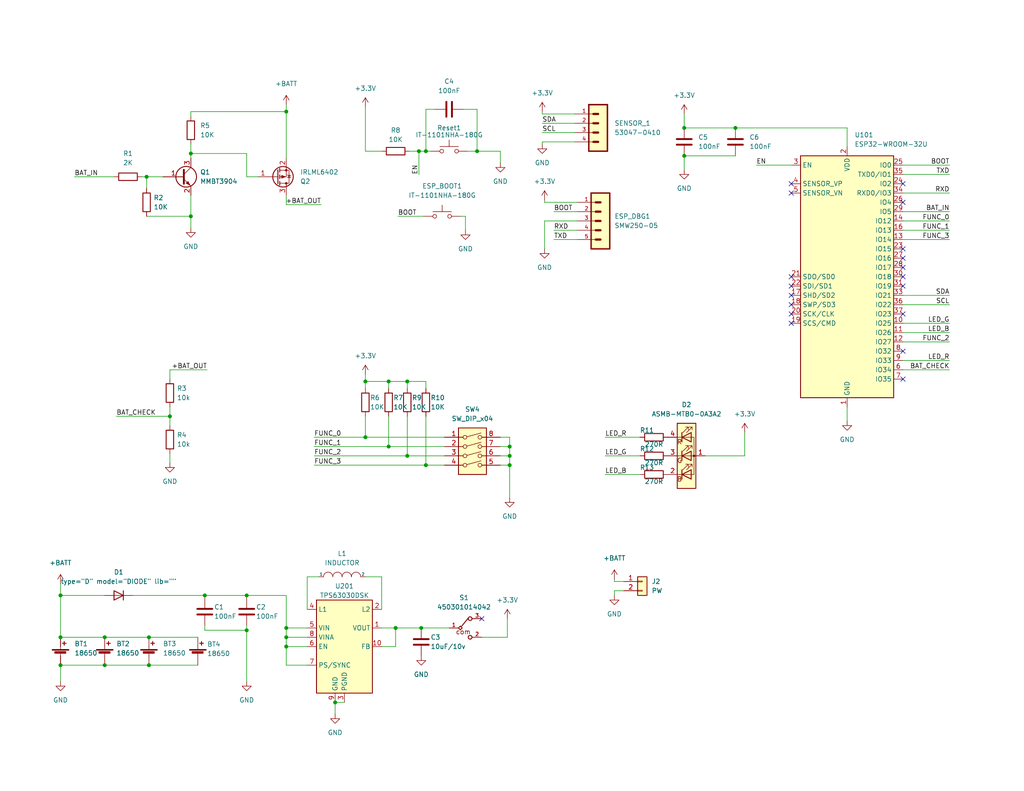
<source format=kicad_sch>
(kicad_sch (version 20211123) (generator eeschema)

  (uuid f8a3d703-b1c1-45cf-ab84-6dc3d69b8662)

  (paper "A")

  (title_block
    (title "TEMP_BAT")
    (date "2022-08-01")
    (company "GREENLABS")
  )

  (lib_symbols
    (symbol "450301014042:450301014042" (pin_names (offset 1.016) hide) (in_bom yes) (on_board yes)
      (property "Reference" "S" (id 0) (at 2.1336 4.1148 0)
        (effects (font (size 1.27 1.27)) (justify left bottom))
      )
      (property "Value" "450301014042" (id 1) (at -1.5494 -4.826 0)
        (effects (font (size 1.27 1.27)) (justify left bottom))
      )
      (property "Footprint" "450301014042" (id 2) (at 0 0 0)
        (effects (font (size 1.27 1.27)) (justify left bottom) hide)
      )
      (property "Datasheet" "" (id 3) (at 0 0 0)
        (effects (font (size 1.27 1.27)) (justify left bottom) hide)
      )
      (property "DATASHEET-URL" "https://www.we-online.com/catalog/datasheet/450301014042.pdf" (id 4) (at 0 0 0)
        (effects (font (size 1.27 1.27)) (justify left bottom) hide)
      )
      (property "PACKAGING" "Bulk" (id 5) (at 0 0 0)
        (effects (font (size 1.27 1.27)) (justify left bottom) hide)
      )
      (property "QTY" "200" (id 6) (at 0 0 0)
        (effects (font (size 1.27 1.27)) (justify left bottom) hide)
      )
      (property "PART-NUMBER" "450301014042" (id 7) (at 0 0 0)
        (effects (font (size 1.27 1.27)) (justify left bottom) hide)
      )
      (property "ki_locked" "" (id 8) (at 0 0 0)
        (effects (font (size 1.27 1.27)))
      )
      (symbol "450301014042_0_0"
        (polyline
          (pts
            (xy -0.381 0.508)
            (xy 1.397 2.6924)
          )
          (stroke (width 0.254) (type default) (color 0 0 0 0))
          (fill (type none))
        )
        (polyline
          (pts
            (xy -0.762 -0.508)
            (xy -1.27 0)
            (xy -0.762 0.508)
            (xy -0.254 0)
            (xy -0.762 -0.508)
          )
          (stroke (width 0.254) (type default) (color 0 0 0 0))
          (fill (type background))
        )
        (circle (center 1.905 -2.54) (radius 0.508)
          (stroke (width 0.254) (type default) (color 0 0 0 0))
          (fill (type none))
        )
        (circle (center 1.905 2.54) (radius 0.508)
          (stroke (width 0.254) (type default) (color 0 0 0 0))
          (fill (type none))
        )
        (text "com" (at -2.032 -1.8034 0)
          (effects (font (size 1.27 1.27)) (justify left bottom))
        )
        (pin passive line (at -3.81 0 0) (length 2.54)
          (name "~" (effects (font (size 1.016 1.016))))
          (number "1" (effects (font (size 1.016 1.016))))
        )
        (pin passive line (at 5.08 -2.54 180) (length 2.54)
          (name "~" (effects (font (size 1.016 1.016))))
          (number "2" (effects (font (size 1.016 1.016))))
        )
        (pin passive line (at 5.08 2.54 180) (length 2.54)
          (name "~" (effects (font (size 1.016 1.016))))
          (number "3" (effects (font (size 1.016 1.016))))
        )
      )
    )
    (symbol "53047-0410:53047-0410" (pin_names (offset 1.016) hide) (in_bom yes) (on_board yes)
      (property "Reference" "P" (id 0) (at -1.27 8.255 0)
        (effects (font (size 1.27 1.27)) (justify left bottom))
      )
      (property "Value" "53047-0410" (id 1) (at -1.27 -7.62 0)
        (effects (font (size 1.27 1.27)) (justify left bottom))
      )
      (property "Footprint" "53047-0410" (id 2) (at 0 0 0)
        (effects (font (size 1.27 1.27)) (justify left bottom) hide)
      )
      (property "Datasheet" "" (id 3) (at 0 0 0)
        (effects (font (size 1.27 1.27)) (justify left bottom) hide)
      )
      (property "ki_locked" "" (id 4) (at 0 0 0)
        (effects (font (size 1.27 1.27)))
      )
      (symbol "53047-0410_0_0"
        (rectangle (start -1.27 -5.08) (end 3.81 7.62)
          (stroke (width 0.4064) (type default) (color 0 0 0 0))
          (fill (type background))
        )
        (polyline
          (pts
            (xy 1.27 -2.54)
            (xy 0 -2.54)
          )
          (stroke (width 0.6096) (type default) (color 0 0 0 0))
          (fill (type none))
        )
        (polyline
          (pts
            (xy 1.27 0)
            (xy 0 0)
          )
          (stroke (width 0.6096) (type default) (color 0 0 0 0))
          (fill (type none))
        )
        (polyline
          (pts
            (xy 1.27 2.54)
            (xy 0 2.54)
          )
          (stroke (width 0.6096) (type default) (color 0 0 0 0))
          (fill (type none))
        )
        (polyline
          (pts
            (xy 1.27 5.08)
            (xy 0 5.08)
          )
          (stroke (width 0.6096) (type default) (color 0 0 0 0))
          (fill (type none))
        )
        (pin passive line (at -5.08 5.08 0) (length 5.08)
          (name "~" (effects (font (size 1.016 1.016))))
          (number "1" (effects (font (size 1.016 1.016))))
        )
        (pin passive line (at -5.08 2.54 0) (length 5.08)
          (name "~" (effects (font (size 1.016 1.016))))
          (number "2" (effects (font (size 1.016 1.016))))
        )
        (pin passive line (at -5.08 0 0) (length 5.08)
          (name "~" (effects (font (size 1.016 1.016))))
          (number "3" (effects (font (size 1.016 1.016))))
        )
        (pin passive line (at -5.08 -2.54 0) (length 5.08)
          (name "~" (effects (font (size 1.016 1.016))))
          (number "4" (effects (font (size 1.016 1.016))))
        )
      )
    )
    (symbol "Connector_Generic:Conn_01x02" (pin_names (offset 1.016) hide) (in_bom yes) (on_board yes)
      (property "Reference" "J" (id 0) (at 0 2.54 0)
        (effects (font (size 1.27 1.27)))
      )
      (property "Value" "Conn_01x02" (id 1) (at 0 -5.08 0)
        (effects (font (size 1.27 1.27)))
      )
      (property "Footprint" "" (id 2) (at 0 0 0)
        (effects (font (size 1.27 1.27)) hide)
      )
      (property "Datasheet" "~" (id 3) (at 0 0 0)
        (effects (font (size 1.27 1.27)) hide)
      )
      (property "ki_keywords" "connector" (id 4) (at 0 0 0)
        (effects (font (size 1.27 1.27)) hide)
      )
      (property "ki_description" "Generic connector, single row, 01x02, script generated (kicad-library-utils/schlib/autogen/connector/)" (id 5) (at 0 0 0)
        (effects (font (size 1.27 1.27)) hide)
      )
      (property "ki_fp_filters" "Connector*:*_1x??_*" (id 6) (at 0 0 0)
        (effects (font (size 1.27 1.27)) hide)
      )
      (symbol "Conn_01x02_1_1"
        (rectangle (start -1.27 -2.413) (end 0 -2.667)
          (stroke (width 0.1524) (type default) (color 0 0 0 0))
          (fill (type none))
        )
        (rectangle (start -1.27 0.127) (end 0 -0.127)
          (stroke (width 0.1524) (type default) (color 0 0 0 0))
          (fill (type none))
        )
        (rectangle (start -1.27 1.27) (end 1.27 -3.81)
          (stroke (width 0.254) (type default) (color 0 0 0 0))
          (fill (type background))
        )
        (pin passive line (at -5.08 0 0) (length 3.81)
          (name "Pin_1" (effects (font (size 1.27 1.27))))
          (number "1" (effects (font (size 1.27 1.27))))
        )
        (pin passive line (at -5.08 -2.54 0) (length 3.81)
          (name "Pin_2" (effects (font (size 1.27 1.27))))
          (number "2" (effects (font (size 1.27 1.27))))
        )
      )
    )
    (symbol "Device:Battery_Cell" (pin_numbers hide) (pin_names (offset 0) hide) (in_bom yes) (on_board yes)
      (property "Reference" "BT" (id 0) (at 2.54 2.54 0)
        (effects (font (size 1.27 1.27)) (justify left))
      )
      (property "Value" "Battery_Cell" (id 1) (at 2.54 0 0)
        (effects (font (size 1.27 1.27)) (justify left))
      )
      (property "Footprint" "" (id 2) (at 0 1.524 90)
        (effects (font (size 1.27 1.27)) hide)
      )
      (property "Datasheet" "~" (id 3) (at 0 1.524 90)
        (effects (font (size 1.27 1.27)) hide)
      )
      (property "ki_keywords" "battery cell" (id 4) (at 0 0 0)
        (effects (font (size 1.27 1.27)) hide)
      )
      (property "ki_description" "Single-cell battery" (id 5) (at 0 0 0)
        (effects (font (size 1.27 1.27)) hide)
      )
      (symbol "Battery_Cell_0_1"
        (rectangle (start -2.286 1.778) (end 2.286 1.524)
          (stroke (width 0) (type default) (color 0 0 0 0))
          (fill (type outline))
        )
        (rectangle (start -1.5748 1.1938) (end 1.4732 0.6858)
          (stroke (width 0) (type default) (color 0 0 0 0))
          (fill (type outline))
        )
        (polyline
          (pts
            (xy 0 0.762)
            (xy 0 0)
          )
          (stroke (width 0) (type default) (color 0 0 0 0))
          (fill (type none))
        )
        (polyline
          (pts
            (xy 0 1.778)
            (xy 0 2.54)
          )
          (stroke (width 0) (type default) (color 0 0 0 0))
          (fill (type none))
        )
        (polyline
          (pts
            (xy 0.508 3.429)
            (xy 1.524 3.429)
          )
          (stroke (width 0.254) (type default) (color 0 0 0 0))
          (fill (type none))
        )
        (polyline
          (pts
            (xy 1.016 3.937)
            (xy 1.016 2.921)
          )
          (stroke (width 0.254) (type default) (color 0 0 0 0))
          (fill (type none))
        )
      )
      (symbol "Battery_Cell_1_1"
        (pin passive line (at 0 5.08 270) (length 2.54)
          (name "+" (effects (font (size 1.27 1.27))))
          (number "1" (effects (font (size 1.27 1.27))))
        )
        (pin passive line (at 0 -2.54 90) (length 2.54)
          (name "-" (effects (font (size 1.27 1.27))))
          (number "2" (effects (font (size 1.27 1.27))))
        )
      )
    )
    (symbol "Device:C" (pin_numbers hide) (pin_names (offset 0.254)) (in_bom yes) (on_board yes)
      (property "Reference" "C" (id 0) (at 0.635 2.54 0)
        (effects (font (size 1.27 1.27)) (justify left))
      )
      (property "Value" "C" (id 1) (at 0.635 -2.54 0)
        (effects (font (size 1.27 1.27)) (justify left))
      )
      (property "Footprint" "" (id 2) (at 0.9652 -3.81 0)
        (effects (font (size 1.27 1.27)) hide)
      )
      (property "Datasheet" "~" (id 3) (at 0 0 0)
        (effects (font (size 1.27 1.27)) hide)
      )
      (property "ki_keywords" "cap capacitor" (id 4) (at 0 0 0)
        (effects (font (size 1.27 1.27)) hide)
      )
      (property "ki_description" "Unpolarized capacitor" (id 5) (at 0 0 0)
        (effects (font (size 1.27 1.27)) hide)
      )
      (property "ki_fp_filters" "C_*" (id 6) (at 0 0 0)
        (effects (font (size 1.27 1.27)) hide)
      )
      (symbol "C_0_1"
        (polyline
          (pts
            (xy -2.032 -0.762)
            (xy 2.032 -0.762)
          )
          (stroke (width 0.508) (type default) (color 0 0 0 0))
          (fill (type none))
        )
        (polyline
          (pts
            (xy -2.032 0.762)
            (xy 2.032 0.762)
          )
          (stroke (width 0.508) (type default) (color 0 0 0 0))
          (fill (type none))
        )
      )
      (symbol "C_1_1"
        (pin passive line (at 0 3.81 270) (length 2.794)
          (name "~" (effects (font (size 1.27 1.27))))
          (number "1" (effects (font (size 1.27 1.27))))
        )
        (pin passive line (at 0 -3.81 90) (length 2.794)
          (name "~" (effects (font (size 1.27 1.27))))
          (number "2" (effects (font (size 1.27 1.27))))
        )
      )
    )
    (symbol "Device:R" (pin_numbers hide) (pin_names (offset 0)) (in_bom yes) (on_board yes)
      (property "Reference" "R" (id 0) (at 2.032 0 90)
        (effects (font (size 1.27 1.27)))
      )
      (property "Value" "R" (id 1) (at 0 0 90)
        (effects (font (size 1.27 1.27)))
      )
      (property "Footprint" "" (id 2) (at -1.778 0 90)
        (effects (font (size 1.27 1.27)) hide)
      )
      (property "Datasheet" "~" (id 3) (at 0 0 0)
        (effects (font (size 1.27 1.27)) hide)
      )
      (property "ki_keywords" "R res resistor" (id 4) (at 0 0 0)
        (effects (font (size 1.27 1.27)) hide)
      )
      (property "ki_description" "Resistor" (id 5) (at 0 0 0)
        (effects (font (size 1.27 1.27)) hide)
      )
      (property "ki_fp_filters" "R_*" (id 6) (at 0 0 0)
        (effects (font (size 1.27 1.27)) hide)
      )
      (symbol "R_0_1"
        (rectangle (start -1.016 -2.54) (end 1.016 2.54)
          (stroke (width 0.254) (type default) (color 0 0 0 0))
          (fill (type none))
        )
      )
      (symbol "R_1_1"
        (pin passive line (at 0 3.81 270) (length 1.27)
          (name "~" (effects (font (size 1.27 1.27))))
          (number "1" (effects (font (size 1.27 1.27))))
        )
        (pin passive line (at 0 -3.81 90) (length 1.27)
          (name "~" (effects (font (size 1.27 1.27))))
          (number "2" (effects (font (size 1.27 1.27))))
        )
      )
    )
    (symbol "LED:ASMB-MTB0-0A3A2" (pin_names (offset 0) hide) (in_bom yes) (on_board yes)
      (property "Reference" "D" (id 0) (at 0 10.16 0)
        (effects (font (size 1.27 1.27)))
      )
      (property "Value" "ASMB-MTB0-0A3A2" (id 1) (at 0 -10.16 0)
        (effects (font (size 1.27 1.27)))
      )
      (property "Footprint" "LED_SMD:LED_Avago_PLCC4_3.2x2.8mm_CW" (id 2) (at 0 12.7 0)
        (effects (font (size 1.27 1.27)) hide)
      )
      (property "Datasheet" "https://docs.broadcom.com/docs/AV02-4186EN" (id 3) (at 0 -11.43 0)
        (effects (font (size 1.27 1.27)) hide)
      )
      (property "ki_keywords" "led rgb diode" (id 4) (at 0 0 0)
        (effects (font (size 1.27 1.27)) hide)
      )
      (property "ki_description" "Tricolor Black Surface LED, Common Anode Pin 1, PLCC-4" (id 5) (at 0 0 0)
        (effects (font (size 1.27 1.27)) hide)
      )
      (property "ki_fp_filters" "*Avago*PLCC4*3.2x2.8mm*" (id 6) (at 0 0 0)
        (effects (font (size 1.27 1.27)) hide)
      )
      (symbol "ASMB-MTB0-0A3A2_0_0"
        (text "B" (at -1.905 -6.35 0)
          (effects (font (size 1.27 1.27)))
        )
        (text "G" (at -1.905 -1.27 0)
          (effects (font (size 1.27 1.27)))
        )
        (text "R" (at -1.905 3.81 0)
          (effects (font (size 1.27 1.27)))
        )
      )
      (symbol "ASMB-MTB0-0A3A2_0_1"
        (rectangle (start -2.54 -8.89) (end 2.54 8.89)
          (stroke (width 0.254) (type default) (color 0 0 0 0))
          (fill (type background))
        )
        (polyline
          (pts
            (xy -2.54 -5.08)
            (xy 1.27 -5.08)
          )
          (stroke (width 0) (type default) (color 0 0 0 0))
          (fill (type none))
        )
        (polyline
          (pts
            (xy -1.27 -3.81)
            (xy -1.27 -6.35)
          )
          (stroke (width 0.254) (type default) (color 0 0 0 0))
          (fill (type none))
        )
        (polyline
          (pts
            (xy -1.27 1.27)
            (xy -1.27 -1.27)
          )
          (stroke (width 0.254) (type default) (color 0 0 0 0))
          (fill (type none))
        )
        (polyline
          (pts
            (xy -1.27 6.35)
            (xy -1.27 3.81)
          )
          (stroke (width 0.254) (type default) (color 0 0 0 0))
          (fill (type none))
        )
        (polyline
          (pts
            (xy 1.27 5.08)
            (xy -2.54 5.08)
          )
          (stroke (width 0) (type default) (color 0 0 0 0))
          (fill (type none))
        )
        (polyline
          (pts
            (xy 2.54 0)
            (xy -2.54 0)
          )
          (stroke (width 0) (type default) (color 0 0 0 0))
          (fill (type none))
        )
        (polyline
          (pts
            (xy 1.27 -5.08)
            (xy 2.032 -5.08)
            (xy 2.032 5.08)
            (xy 1.27 5.08)
          )
          (stroke (width 0) (type default) (color 0 0 0 0))
          (fill (type none))
        )
        (polyline
          (pts
            (xy 1.27 -3.81)
            (xy 1.27 -6.35)
            (xy -1.27 -5.08)
            (xy 1.27 -3.81)
          )
          (stroke (width 0.254) (type default) (color 0 0 0 0))
          (fill (type none))
        )
        (polyline
          (pts
            (xy 1.27 1.27)
            (xy 1.27 -1.27)
            (xy -1.27 0)
            (xy 1.27 1.27)
          )
          (stroke (width 0.254) (type default) (color 0 0 0 0))
          (fill (type none))
        )
        (polyline
          (pts
            (xy 1.27 6.35)
            (xy 1.27 3.81)
            (xy -1.27 5.08)
            (xy 1.27 6.35)
          )
          (stroke (width 0.254) (type default) (color 0 0 0 0))
          (fill (type none))
        )
        (polyline
          (pts
            (xy -1.016 -3.81)
            (xy 0.508 -2.286)
            (xy -0.254 -2.286)
            (xy 0.508 -2.286)
            (xy 0.508 -3.048)
          )
          (stroke (width 0) (type default) (color 0 0 0 0))
          (fill (type none))
        )
        (polyline
          (pts
            (xy -1.016 1.27)
            (xy 0.508 2.794)
            (xy -0.254 2.794)
            (xy 0.508 2.794)
            (xy 0.508 2.032)
          )
          (stroke (width 0) (type default) (color 0 0 0 0))
          (fill (type none))
        )
        (polyline
          (pts
            (xy -1.016 6.35)
            (xy 0.508 7.874)
            (xy -0.254 7.874)
            (xy 0.508 7.874)
            (xy 0.508 7.112)
          )
          (stroke (width 0) (type default) (color 0 0 0 0))
          (fill (type none))
        )
        (polyline
          (pts
            (xy 0 -3.81)
            (xy 1.524 -2.286)
            (xy 0.762 -2.286)
            (xy 1.524 -2.286)
            (xy 1.524 -3.048)
          )
          (stroke (width 0) (type default) (color 0 0 0 0))
          (fill (type none))
        )
        (polyline
          (pts
            (xy 0 1.27)
            (xy 1.524 2.794)
            (xy 0.762 2.794)
            (xy 1.524 2.794)
            (xy 1.524 2.032)
          )
          (stroke (width 0) (type default) (color 0 0 0 0))
          (fill (type none))
        )
        (polyline
          (pts
            (xy 0 6.35)
            (xy 1.524 7.874)
            (xy 0.762 7.874)
            (xy 1.524 7.874)
            (xy 1.524 7.112)
          )
          (stroke (width 0) (type default) (color 0 0 0 0))
          (fill (type none))
        )
        (rectangle (start 1.27 6.35) (end 1.27 6.35)
          (stroke (width 0) (type default) (color 0 0 0 0))
          (fill (type none))
        )
        (circle (center 2.032 0) (radius 0.254)
          (stroke (width 0) (type default) (color 0 0 0 0))
          (fill (type outline))
        )
      )
      (symbol "ASMB-MTB0-0A3A2_1_1"
        (pin passive line (at 5.08 0 180) (length 2.54)
          (name "A" (effects (font (size 1.27 1.27))))
          (number "1" (effects (font (size 1.27 1.27))))
        )
        (pin passive line (at -5.08 -5.08 0) (length 2.54)
          (name "BK" (effects (font (size 1.27 1.27))))
          (number "2" (effects (font (size 1.27 1.27))))
        )
        (pin passive line (at -5.08 0 0) (length 2.54)
          (name "GK" (effects (font (size 1.27 1.27))))
          (number "3" (effects (font (size 1.27 1.27))))
        )
        (pin passive line (at -5.08 5.08 0) (length 2.54)
          (name "RK" (effects (font (size 1.27 1.27))))
          (number "4" (effects (font (size 1.27 1.27))))
        )
      )
    )
    (symbol "LIB:SMW250-05" (in_bom yes) (on_board yes)
      (property "Reference" "J0" (id 0) (at 2.54 8.89 0)
        (effects (font (size 1.27 1.27)))
      )
      (property "Value" "SMW250-05" (id 1) (at 1.27 -8.89 0)
        (effects (font (size 1.27 1.27)))
      )
      (property "Footprint" "" (id 2) (at 0 2.54 0)
        (effects (font (size 1.27 1.27)) hide)
      )
      (property "Datasheet" "" (id 3) (at 0 2.54 0)
        (effects (font (size 1.27 1.27)) hide)
      )
      (symbol "SMW250-05_0_0"
        (polyline
          (pts
            (xy 2.54 -5.08)
            (xy 1.27 -5.08)
          )
          (stroke (width 0.6096) (type default) (color 0 0 0 0))
          (fill (type none))
        )
        (polyline
          (pts
            (xy 2.54 -2.54)
            (xy 1.27 -2.54)
          )
          (stroke (width 0.6096) (type default) (color 0 0 0 0))
          (fill (type none))
        )
        (polyline
          (pts
            (xy 2.54 0)
            (xy 1.27 0)
          )
          (stroke (width 0.6096) (type default) (color 0 0 0 0))
          (fill (type none))
        )
        (polyline
          (pts
            (xy 2.54 2.54)
            (xy 1.27 2.54)
          )
          (stroke (width 0.6096) (type default) (color 0 0 0 0))
          (fill (type none))
        )
        (polyline
          (pts
            (xy 2.54 5.08)
            (xy 1.27 5.08)
          )
          (stroke (width 0.6096) (type default) (color 0 0 0 0))
          (fill (type none))
        )
        (rectangle (start 0 7.62) (end 5.08 -7.62)
          (stroke (width 0.4064) (type default) (color 0 0 0 0))
          (fill (type background))
        )
        (pin passive line (at -3.81 5.08 0) (length 5.08)
          (name "~" (effects (font (size 1.016 1.016))))
          (number "1" (effects (font (size 1.016 1.016))))
        )
        (pin passive line (at -3.81 2.54 0) (length 5.08)
          (name "~" (effects (font (size 1.016 1.016))))
          (number "2" (effects (font (size 1.016 1.016))))
        )
        (pin passive line (at -3.81 0 0) (length 5.08)
          (name "~" (effects (font (size 1.016 1.016))))
          (number "3" (effects (font (size 1.016 1.016))))
        )
        (pin passive line (at -3.81 -2.54 0) (length 5.08)
          (name "~" (effects (font (size 1.016 1.016))))
          (number "4" (effects (font (size 1.016 1.016))))
        )
        (pin passive line (at -3.81 -5.08 0) (length 5.08)
          (name "~" (effects (font (size 1.016 1.016))))
          (number "5" (effects (font (size 1.016 1.016))))
        )
      )
    )
    (symbol "RF_Module:ESP32-WROOM-32U" (in_bom yes) (on_board yes)
      (property "Reference" "U" (id 0) (at -12.7 34.29 0)
        (effects (font (size 1.27 1.27)) (justify left))
      )
      (property "Value" "ESP32-WROOM-32U" (id 1) (at 1.27 34.29 0)
        (effects (font (size 1.27 1.27)) (justify left))
      )
      (property "Footprint" "RF_Module:ESP32-WROOM-32U" (id 2) (at 0 -38.1 0)
        (effects (font (size 1.27 1.27)) hide)
      )
      (property "Datasheet" "https://www.espressif.com/sites/default/files/documentation/esp32-wroom-32d_esp32-wroom-32u_datasheet_en.pdf" (id 3) (at -7.62 1.27 0)
        (effects (font (size 1.27 1.27)) hide)
      )
      (property "ki_keywords" "RF Radio BT ESP ESP32 Espressif external U.FL antenna" (id 4) (at 0 0 0)
        (effects (font (size 1.27 1.27)) hide)
      )
      (property "ki_description" "RF Module, ESP32-D0WD SoC, Wi-Fi 802.11b/g/n, Bluetooth, BLE, 32-bit, 2.7-3.6V, external antenna, SMD" (id 5) (at 0 0 0)
        (effects (font (size 1.27 1.27)) hide)
      )
      (property "ki_fp_filters" "ESP32?WROOM?32U*" (id 6) (at 0 0 0)
        (effects (font (size 1.27 1.27)) hide)
      )
      (symbol "ESP32-WROOM-32U_0_1"
        (rectangle (start -12.7 33.02) (end 12.7 -33.02)
          (stroke (width 0.254) (type default) (color 0 0 0 0))
          (fill (type background))
        )
      )
      (symbol "ESP32-WROOM-32U_1_1"
        (pin power_in line (at 0 -35.56 90) (length 2.54)
          (name "GND" (effects (font (size 1.27 1.27))))
          (number "1" (effects (font (size 1.27 1.27))))
        )
        (pin bidirectional line (at 15.24 -12.7 180) (length 2.54)
          (name "IO25" (effects (font (size 1.27 1.27))))
          (number "10" (effects (font (size 1.27 1.27))))
        )
        (pin bidirectional line (at 15.24 -15.24 180) (length 2.54)
          (name "IO26" (effects (font (size 1.27 1.27))))
          (number "11" (effects (font (size 1.27 1.27))))
        )
        (pin bidirectional line (at 15.24 -17.78 180) (length 2.54)
          (name "IO27" (effects (font (size 1.27 1.27))))
          (number "12" (effects (font (size 1.27 1.27))))
        )
        (pin bidirectional line (at 15.24 10.16 180) (length 2.54)
          (name "IO14" (effects (font (size 1.27 1.27))))
          (number "13" (effects (font (size 1.27 1.27))))
        )
        (pin bidirectional line (at 15.24 15.24 180) (length 2.54)
          (name "IO12" (effects (font (size 1.27 1.27))))
          (number "14" (effects (font (size 1.27 1.27))))
        )
        (pin passive line (at 0 -35.56 90) (length 2.54) hide
          (name "GND" (effects (font (size 1.27 1.27))))
          (number "15" (effects (font (size 1.27 1.27))))
        )
        (pin bidirectional line (at 15.24 12.7 180) (length 2.54)
          (name "IO13" (effects (font (size 1.27 1.27))))
          (number "16" (effects (font (size 1.27 1.27))))
        )
        (pin bidirectional line (at -15.24 -5.08 0) (length 2.54)
          (name "SHD/SD2" (effects (font (size 1.27 1.27))))
          (number "17" (effects (font (size 1.27 1.27))))
        )
        (pin bidirectional line (at -15.24 -7.62 0) (length 2.54)
          (name "SWP/SD3" (effects (font (size 1.27 1.27))))
          (number "18" (effects (font (size 1.27 1.27))))
        )
        (pin bidirectional line (at -15.24 -12.7 0) (length 2.54)
          (name "SCS/CMD" (effects (font (size 1.27 1.27))))
          (number "19" (effects (font (size 1.27 1.27))))
        )
        (pin power_in line (at 0 35.56 270) (length 2.54)
          (name "VDD" (effects (font (size 1.27 1.27))))
          (number "2" (effects (font (size 1.27 1.27))))
        )
        (pin bidirectional line (at -15.24 -10.16 0) (length 2.54)
          (name "SCK/CLK" (effects (font (size 1.27 1.27))))
          (number "20" (effects (font (size 1.27 1.27))))
        )
        (pin bidirectional line (at -15.24 0 0) (length 2.54)
          (name "SDO/SD0" (effects (font (size 1.27 1.27))))
          (number "21" (effects (font (size 1.27 1.27))))
        )
        (pin bidirectional line (at -15.24 -2.54 0) (length 2.54)
          (name "SDI/SD1" (effects (font (size 1.27 1.27))))
          (number "22" (effects (font (size 1.27 1.27))))
        )
        (pin bidirectional line (at 15.24 7.62 180) (length 2.54)
          (name "IO15" (effects (font (size 1.27 1.27))))
          (number "23" (effects (font (size 1.27 1.27))))
        )
        (pin bidirectional line (at 15.24 25.4 180) (length 2.54)
          (name "IO2" (effects (font (size 1.27 1.27))))
          (number "24" (effects (font (size 1.27 1.27))))
        )
        (pin bidirectional line (at 15.24 30.48 180) (length 2.54)
          (name "IO0" (effects (font (size 1.27 1.27))))
          (number "25" (effects (font (size 1.27 1.27))))
        )
        (pin bidirectional line (at 15.24 20.32 180) (length 2.54)
          (name "IO4" (effects (font (size 1.27 1.27))))
          (number "26" (effects (font (size 1.27 1.27))))
        )
        (pin bidirectional line (at 15.24 5.08 180) (length 2.54)
          (name "IO16" (effects (font (size 1.27 1.27))))
          (number "27" (effects (font (size 1.27 1.27))))
        )
        (pin bidirectional line (at 15.24 2.54 180) (length 2.54)
          (name "IO17" (effects (font (size 1.27 1.27))))
          (number "28" (effects (font (size 1.27 1.27))))
        )
        (pin bidirectional line (at 15.24 17.78 180) (length 2.54)
          (name "IO5" (effects (font (size 1.27 1.27))))
          (number "29" (effects (font (size 1.27 1.27))))
        )
        (pin input line (at -15.24 30.48 0) (length 2.54)
          (name "EN" (effects (font (size 1.27 1.27))))
          (number "3" (effects (font (size 1.27 1.27))))
        )
        (pin bidirectional line (at 15.24 0 180) (length 2.54)
          (name "IO18" (effects (font (size 1.27 1.27))))
          (number "30" (effects (font (size 1.27 1.27))))
        )
        (pin bidirectional line (at 15.24 -2.54 180) (length 2.54)
          (name "IO19" (effects (font (size 1.27 1.27))))
          (number "31" (effects (font (size 1.27 1.27))))
        )
        (pin no_connect line (at -12.7 -27.94 0) (length 2.54) hide
          (name "NC" (effects (font (size 1.27 1.27))))
          (number "32" (effects (font (size 1.27 1.27))))
        )
        (pin bidirectional line (at 15.24 -5.08 180) (length 2.54)
          (name "IO21" (effects (font (size 1.27 1.27))))
          (number "33" (effects (font (size 1.27 1.27))))
        )
        (pin bidirectional line (at 15.24 22.86 180) (length 2.54)
          (name "RXD0/IO3" (effects (font (size 1.27 1.27))))
          (number "34" (effects (font (size 1.27 1.27))))
        )
        (pin bidirectional line (at 15.24 27.94 180) (length 2.54)
          (name "TXD0/IO1" (effects (font (size 1.27 1.27))))
          (number "35" (effects (font (size 1.27 1.27))))
        )
        (pin bidirectional line (at 15.24 -7.62 180) (length 2.54)
          (name "IO22" (effects (font (size 1.27 1.27))))
          (number "36" (effects (font (size 1.27 1.27))))
        )
        (pin bidirectional line (at 15.24 -10.16 180) (length 2.54)
          (name "IO23" (effects (font (size 1.27 1.27))))
          (number "37" (effects (font (size 1.27 1.27))))
        )
        (pin passive line (at 0 -35.56 90) (length 2.54) hide
          (name "GND" (effects (font (size 1.27 1.27))))
          (number "38" (effects (font (size 1.27 1.27))))
        )
        (pin passive line (at 0 -35.56 90) (length 2.54) hide
          (name "GND" (effects (font (size 1.27 1.27))))
          (number "39" (effects (font (size 1.27 1.27))))
        )
        (pin input line (at -15.24 25.4 0) (length 2.54)
          (name "SENSOR_VP" (effects (font (size 1.27 1.27))))
          (number "4" (effects (font (size 1.27 1.27))))
        )
        (pin input line (at -15.24 22.86 0) (length 2.54)
          (name "SENSOR_VN" (effects (font (size 1.27 1.27))))
          (number "5" (effects (font (size 1.27 1.27))))
        )
        (pin input line (at 15.24 -25.4 180) (length 2.54)
          (name "IO34" (effects (font (size 1.27 1.27))))
          (number "6" (effects (font (size 1.27 1.27))))
        )
        (pin input line (at 15.24 -27.94 180) (length 2.54)
          (name "IO35" (effects (font (size 1.27 1.27))))
          (number "7" (effects (font (size 1.27 1.27))))
        )
        (pin bidirectional line (at 15.24 -20.32 180) (length 2.54)
          (name "IO32" (effects (font (size 1.27 1.27))))
          (number "8" (effects (font (size 1.27 1.27))))
        )
        (pin bidirectional line (at 15.24 -22.86 180) (length 2.54)
          (name "IO33" (effects (font (size 1.27 1.27))))
          (number "9" (effects (font (size 1.27 1.27))))
        )
      )
    )
    (symbol "Regulator_Switching:TPS63030DSK" (in_bom yes) (on_board yes)
      (property "Reference" "U" (id 0) (at -7.62 13.97 0)
        (effects (font (size 1.27 1.27)) (justify left))
      )
      (property "Value" "TPS63030DSK" (id 1) (at 5.08 13.97 0)
        (effects (font (size 1.27 1.27)))
      )
      (property "Footprint" "Package_SON:WSON-10-1EP_2.5x2.5mm_P0.5mm_EP1.2x2mm" (id 2) (at 21.59 -13.97 0)
        (effects (font (size 1.27 1.27)) hide)
      )
      (property "Datasheet" "http://www.ti.com/lit/ds/symlink/tps63030.pdf" (id 3) (at -7.62 13.97 0)
        (effects (font (size 1.27 1.27)) hide)
      )
      (property "ki_keywords" "Buck-Boost adjustable converter" (id 4) (at 0 0 0)
        (effects (font (size 1.27 1.27)) hide)
      )
      (property "ki_description" "Buck-Boost Converter, 1.8-5.5V Input Voltage, 1A Switch Current, Adjustable Output Voltage, VSON-10 (DSK0010A)" (id 5) (at 0 0 0)
        (effects (font (size 1.27 1.27)) hide)
      )
      (property "ki_fp_filters" "WSON*1EP*2.5x2.5mm*P0.5mm*EP1.2x2mm*" (id 6) (at 0 0 0)
        (effects (font (size 1.27 1.27)) hide)
      )
      (symbol "TPS63030DSK_0_1"
        (rectangle (start -7.62 12.7) (end 7.62 -12.7)
          (stroke (width 0.254) (type default) (color 0 0 0 0))
          (fill (type background))
        )
      )
      (symbol "TPS63030DSK_1_1"
        (pin power_out line (at 10.16 5.08 180) (length 2.54)
          (name "VOUT" (effects (font (size 1.27 1.27))))
          (number "1" (effects (font (size 1.27 1.27))))
        )
        (pin input line (at 10.16 0 180) (length 2.54)
          (name "FB" (effects (font (size 1.27 1.27))))
          (number "10" (effects (font (size 1.27 1.27))))
        )
        (pin passive line (at 0 -15.24 90) (length 2.54) hide
          (name "PGND" (effects (font (size 1.27 1.27))))
          (number "11" (effects (font (size 1.27 1.27))))
        )
        (pin input line (at 10.16 10.16 180) (length 2.54)
          (name "L2" (effects (font (size 1.27 1.27))))
          (number "2" (effects (font (size 1.27 1.27))))
        )
        (pin power_in line (at 0 -15.24 90) (length 2.54)
          (name "PGND" (effects (font (size 1.27 1.27))))
          (number "3" (effects (font (size 1.27 1.27))))
        )
        (pin input line (at -10.16 10.16 0) (length 2.54)
          (name "L1" (effects (font (size 1.27 1.27))))
          (number "4" (effects (font (size 1.27 1.27))))
        )
        (pin power_in line (at -10.16 5.08 0) (length 2.54)
          (name "VIN" (effects (font (size 1.27 1.27))))
          (number "5" (effects (font (size 1.27 1.27))))
        )
        (pin input line (at -10.16 0 0) (length 2.54)
          (name "EN" (effects (font (size 1.27 1.27))))
          (number "6" (effects (font (size 1.27 1.27))))
        )
        (pin input line (at -10.16 -5.08 0) (length 2.54)
          (name "PS/SYNC" (effects (font (size 1.27 1.27))))
          (number "7" (effects (font (size 1.27 1.27))))
        )
        (pin passive line (at -10.16 2.54 0) (length 2.54)
          (name "VINA" (effects (font (size 1.27 1.27))))
          (number "8" (effects (font (size 1.27 1.27))))
        )
        (pin power_in line (at -2.54 -15.24 90) (length 2.54)
          (name "GND" (effects (font (size 1.27 1.27))))
          (number "9" (effects (font (size 1.27 1.27))))
        )
      )
    )
    (symbol "Simulation_SPICE:DIODE" (pin_numbers hide) (pin_names (offset 1.016) hide) (in_bom yes) (on_board yes)
      (property "Reference" "D" (id 0) (at 0 2.54 0)
        (effects (font (size 1.27 1.27)))
      )
      (property "Value" "DIODE" (id 1) (at 0 -2.54 0)
        (effects (font (size 1.27 1.27)))
      )
      (property "Footprint" "" (id 2) (at 0 0 0)
        (effects (font (size 1.27 1.27)) hide)
      )
      (property "Datasheet" "~" (id 3) (at 0 0 0)
        (effects (font (size 1.27 1.27)) hide)
      )
      (property "Spice_Netlist_Enabled" "Y" (id 4) (at 0 0 0)
        (effects (font (size 1.27 1.27)) (justify left) hide)
      )
      (property "Spice_Primitive" "D" (id 5) (at 0 0 0)
        (effects (font (size 1.27 1.27)) (justify left) hide)
      )
      (property "ki_keywords" "simulation" (id 6) (at 0 0 0)
        (effects (font (size 1.27 1.27)) hide)
      )
      (property "ki_description" "Diode, anode on pin 1, for simulation only!" (id 7) (at 0 0 0)
        (effects (font (size 1.27 1.27)) hide)
      )
      (symbol "DIODE_0_1"
        (polyline
          (pts
            (xy 1.27 0)
            (xy -1.27 0)
          )
          (stroke (width 0) (type default) (color 0 0 0 0))
          (fill (type none))
        )
        (polyline
          (pts
            (xy 1.27 1.27)
            (xy 1.27 -1.27)
          )
          (stroke (width 0.254) (type default) (color 0 0 0 0))
          (fill (type none))
        )
        (polyline
          (pts
            (xy -1.27 -1.27)
            (xy -1.27 1.27)
            (xy 1.27 0)
            (xy -1.27 -1.27)
          )
          (stroke (width 0.254) (type default) (color 0 0 0 0))
          (fill (type none))
        )
      )
      (symbol "DIODE_1_1"
        (pin passive line (at -3.81 0 0) (length 2.54)
          (name "A" (effects (font (size 1.27 1.27))))
          (number "1" (effects (font (size 1.27 1.27))))
        )
        (pin passive line (at 3.81 0 180) (length 2.54)
          (name "K" (effects (font (size 1.27 1.27))))
          (number "2" (effects (font (size 1.27 1.27))))
        )
      )
    )
    (symbol "Switch:SW_DIP_x04" (pin_names (offset 0) hide) (in_bom yes) (on_board yes)
      (property "Reference" "SW" (id 0) (at 0 8.89 0)
        (effects (font (size 1.27 1.27)))
      )
      (property "Value" "SW_DIP_x04" (id 1) (at 0 -6.35 0)
        (effects (font (size 1.27 1.27)))
      )
      (property "Footprint" "" (id 2) (at 0 0 0)
        (effects (font (size 1.27 1.27)) hide)
      )
      (property "Datasheet" "~" (id 3) (at 0 0 0)
        (effects (font (size 1.27 1.27)) hide)
      )
      (property "ki_keywords" "dip switch" (id 4) (at 0 0 0)
        (effects (font (size 1.27 1.27)) hide)
      )
      (property "ki_description" "4x DIP Switch, Single Pole Single Throw (SPST) switch, small symbol" (id 5) (at 0 0 0)
        (effects (font (size 1.27 1.27)) hide)
      )
      (property "ki_fp_filters" "SW?DIP?x4*" (id 6) (at 0 0 0)
        (effects (font (size 1.27 1.27)) hide)
      )
      (symbol "SW_DIP_x04_0_0"
        (circle (center -2.032 -2.54) (radius 0.508)
          (stroke (width 0) (type default) (color 0 0 0 0))
          (fill (type none))
        )
        (circle (center -2.032 0) (radius 0.508)
          (stroke (width 0) (type default) (color 0 0 0 0))
          (fill (type none))
        )
        (circle (center -2.032 2.54) (radius 0.508)
          (stroke (width 0) (type default) (color 0 0 0 0))
          (fill (type none))
        )
        (circle (center -2.032 5.08) (radius 0.508)
          (stroke (width 0) (type default) (color 0 0 0 0))
          (fill (type none))
        )
        (polyline
          (pts
            (xy -1.524 -2.3876)
            (xy 2.3622 -1.3462)
          )
          (stroke (width 0) (type default) (color 0 0 0 0))
          (fill (type none))
        )
        (polyline
          (pts
            (xy -1.524 0.127)
            (xy 2.3622 1.1684)
          )
          (stroke (width 0) (type default) (color 0 0 0 0))
          (fill (type none))
        )
        (polyline
          (pts
            (xy -1.524 2.667)
            (xy 2.3622 3.7084)
          )
          (stroke (width 0) (type default) (color 0 0 0 0))
          (fill (type none))
        )
        (polyline
          (pts
            (xy -1.524 5.207)
            (xy 2.3622 6.2484)
          )
          (stroke (width 0) (type default) (color 0 0 0 0))
          (fill (type none))
        )
        (circle (center 2.032 -2.54) (radius 0.508)
          (stroke (width 0) (type default) (color 0 0 0 0))
          (fill (type none))
        )
        (circle (center 2.032 0) (radius 0.508)
          (stroke (width 0) (type default) (color 0 0 0 0))
          (fill (type none))
        )
        (circle (center 2.032 2.54) (radius 0.508)
          (stroke (width 0) (type default) (color 0 0 0 0))
          (fill (type none))
        )
        (circle (center 2.032 5.08) (radius 0.508)
          (stroke (width 0) (type default) (color 0 0 0 0))
          (fill (type none))
        )
      )
      (symbol "SW_DIP_x04_0_1"
        (rectangle (start -3.81 7.62) (end 3.81 -5.08)
          (stroke (width 0.254) (type default) (color 0 0 0 0))
          (fill (type background))
        )
      )
      (symbol "SW_DIP_x04_1_1"
        (pin passive line (at -7.62 5.08 0) (length 5.08)
          (name "~" (effects (font (size 1.27 1.27))))
          (number "1" (effects (font (size 1.27 1.27))))
        )
        (pin passive line (at -7.62 2.54 0) (length 5.08)
          (name "~" (effects (font (size 1.27 1.27))))
          (number "2" (effects (font (size 1.27 1.27))))
        )
        (pin passive line (at -7.62 0 0) (length 5.08)
          (name "~" (effects (font (size 1.27 1.27))))
          (number "3" (effects (font (size 1.27 1.27))))
        )
        (pin passive line (at -7.62 -2.54 0) (length 5.08)
          (name "~" (effects (font (size 1.27 1.27))))
          (number "4" (effects (font (size 1.27 1.27))))
        )
        (pin passive line (at 7.62 -2.54 180) (length 5.08)
          (name "~" (effects (font (size 1.27 1.27))))
          (number "5" (effects (font (size 1.27 1.27))))
        )
        (pin passive line (at 7.62 0 180) (length 5.08)
          (name "~" (effects (font (size 1.27 1.27))))
          (number "6" (effects (font (size 1.27 1.27))))
        )
        (pin passive line (at 7.62 2.54 180) (length 5.08)
          (name "~" (effects (font (size 1.27 1.27))))
          (number "7" (effects (font (size 1.27 1.27))))
        )
        (pin passive line (at 7.62 5.08 180) (length 5.08)
          (name "~" (effects (font (size 1.27 1.27))))
          (number "8" (effects (font (size 1.27 1.27))))
        )
      )
    )
    (symbol "Switch:SW_Push" (pin_numbers hide) (pin_names (offset 1.016) hide) (in_bom yes) (on_board yes)
      (property "Reference" "SW" (id 0) (at 1.27 2.54 0)
        (effects (font (size 1.27 1.27)) (justify left))
      )
      (property "Value" "SW_Push" (id 1) (at 0 -1.524 0)
        (effects (font (size 1.27 1.27)))
      )
      (property "Footprint" "" (id 2) (at 0 5.08 0)
        (effects (font (size 1.27 1.27)) hide)
      )
      (property "Datasheet" "~" (id 3) (at 0 5.08 0)
        (effects (font (size 1.27 1.27)) hide)
      )
      (property "ki_keywords" "switch normally-open pushbutton push-button" (id 4) (at 0 0 0)
        (effects (font (size 1.27 1.27)) hide)
      )
      (property "ki_description" "Push button switch, generic, two pins" (id 5) (at 0 0 0)
        (effects (font (size 1.27 1.27)) hide)
      )
      (symbol "SW_Push_0_1"
        (circle (center -2.032 0) (radius 0.508)
          (stroke (width 0) (type default) (color 0 0 0 0))
          (fill (type none))
        )
        (polyline
          (pts
            (xy 0 1.27)
            (xy 0 3.048)
          )
          (stroke (width 0) (type default) (color 0 0 0 0))
          (fill (type none))
        )
        (polyline
          (pts
            (xy 2.54 1.27)
            (xy -2.54 1.27)
          )
          (stroke (width 0) (type default) (color 0 0 0 0))
          (fill (type none))
        )
        (circle (center 2.032 0) (radius 0.508)
          (stroke (width 0) (type default) (color 0 0 0 0))
          (fill (type none))
        )
        (pin passive line (at -5.08 0 0) (length 2.54)
          (name "1" (effects (font (size 1.27 1.27))))
          (number "1" (effects (font (size 1.27 1.27))))
        )
        (pin passive line (at 5.08 0 180) (length 2.54)
          (name "2" (effects (font (size 1.27 1.27))))
          (number "2" (effects (font (size 1.27 1.27))))
        )
      )
    )
    (symbol "Transistor_BJT:MMBT3904" (pin_names (offset 0) hide) (in_bom yes) (on_board yes)
      (property "Reference" "Q" (id 0) (at 5.08 1.905 0)
        (effects (font (size 1.27 1.27)) (justify left))
      )
      (property "Value" "MMBT3904" (id 1) (at 5.08 0 0)
        (effects (font (size 1.27 1.27)) (justify left))
      )
      (property "Footprint" "Package_TO_SOT_SMD:SOT-23" (id 2) (at 5.08 -1.905 0)
        (effects (font (size 1.27 1.27) italic) (justify left) hide)
      )
      (property "Datasheet" "https://www.onsemi.com/pub/Collateral/2N3903-D.PDF" (id 3) (at 0 0 0)
        (effects (font (size 1.27 1.27)) (justify left) hide)
      )
      (property "ki_keywords" "NPN Transistor" (id 4) (at 0 0 0)
        (effects (font (size 1.27 1.27)) hide)
      )
      (property "ki_description" "0.2A Ic, 40V Vce, Small Signal NPN Transistor, SOT-23" (id 5) (at 0 0 0)
        (effects (font (size 1.27 1.27)) hide)
      )
      (property "ki_fp_filters" "SOT?23*" (id 6) (at 0 0 0)
        (effects (font (size 1.27 1.27)) hide)
      )
      (symbol "MMBT3904_0_1"
        (polyline
          (pts
            (xy 0.635 0.635)
            (xy 2.54 2.54)
          )
          (stroke (width 0) (type default) (color 0 0 0 0))
          (fill (type none))
        )
        (polyline
          (pts
            (xy 0.635 -0.635)
            (xy 2.54 -2.54)
            (xy 2.54 -2.54)
          )
          (stroke (width 0) (type default) (color 0 0 0 0))
          (fill (type none))
        )
        (polyline
          (pts
            (xy 0.635 1.905)
            (xy 0.635 -1.905)
            (xy 0.635 -1.905)
          )
          (stroke (width 0.508) (type default) (color 0 0 0 0))
          (fill (type none))
        )
        (polyline
          (pts
            (xy 1.27 -1.778)
            (xy 1.778 -1.27)
            (xy 2.286 -2.286)
            (xy 1.27 -1.778)
            (xy 1.27 -1.778)
          )
          (stroke (width 0) (type default) (color 0 0 0 0))
          (fill (type outline))
        )
        (circle (center 1.27 0) (radius 2.8194)
          (stroke (width 0.254) (type default) (color 0 0 0 0))
          (fill (type none))
        )
      )
      (symbol "MMBT3904_1_1"
        (pin input line (at -5.08 0 0) (length 5.715)
          (name "B" (effects (font (size 1.27 1.27))))
          (number "1" (effects (font (size 1.27 1.27))))
        )
        (pin passive line (at 2.54 -5.08 90) (length 2.54)
          (name "E" (effects (font (size 1.27 1.27))))
          (number "2" (effects (font (size 1.27 1.27))))
        )
        (pin passive line (at 2.54 5.08 270) (length 2.54)
          (name "C" (effects (font (size 1.27 1.27))))
          (number "3" (effects (font (size 1.27 1.27))))
        )
      )
    )
    (symbol "Transistor_FET:IRLML6402" (pin_names hide) (in_bom yes) (on_board yes)
      (property "Reference" "Q" (id 0) (at 5.08 1.905 0)
        (effects (font (size 1.27 1.27)) (justify left))
      )
      (property "Value" "IRLML6402" (id 1) (at 5.08 0 0)
        (effects (font (size 1.27 1.27)) (justify left))
      )
      (property "Footprint" "Package_TO_SOT_SMD:SOT-23" (id 2) (at 5.08 -1.905 0)
        (effects (font (size 1.27 1.27) italic) (justify left) hide)
      )
      (property "Datasheet" "https://www.infineon.com/dgdl/irlml6402pbf.pdf?fileId=5546d462533600a401535668d5c2263c" (id 3) (at 0 0 0)
        (effects (font (size 1.27 1.27)) (justify left) hide)
      )
      (property "ki_keywords" "P-Channel HEXFET MOSFET" (id 4) (at 0 0 0)
        (effects (font (size 1.27 1.27)) hide)
      )
      (property "ki_description" "-3.7A Id, -20V Vds, 65mOhm Rds, P-Channel HEXFET Power MOSFET, SOT-23" (id 5) (at 0 0 0)
        (effects (font (size 1.27 1.27)) hide)
      )
      (property "ki_fp_filters" "SOT?23*" (id 6) (at 0 0 0)
        (effects (font (size 1.27 1.27)) hide)
      )
      (symbol "IRLML6402_0_1"
        (polyline
          (pts
            (xy 0.254 0)
            (xy -2.54 0)
          )
          (stroke (width 0) (type default) (color 0 0 0 0))
          (fill (type none))
        )
        (polyline
          (pts
            (xy 0.254 1.905)
            (xy 0.254 -1.905)
          )
          (stroke (width 0.254) (type default) (color 0 0 0 0))
          (fill (type none))
        )
        (polyline
          (pts
            (xy 0.762 -1.27)
            (xy 0.762 -2.286)
          )
          (stroke (width 0.254) (type default) (color 0 0 0 0))
          (fill (type none))
        )
        (polyline
          (pts
            (xy 0.762 0.508)
            (xy 0.762 -0.508)
          )
          (stroke (width 0.254) (type default) (color 0 0 0 0))
          (fill (type none))
        )
        (polyline
          (pts
            (xy 0.762 2.286)
            (xy 0.762 1.27)
          )
          (stroke (width 0.254) (type default) (color 0 0 0 0))
          (fill (type none))
        )
        (polyline
          (pts
            (xy 2.54 2.54)
            (xy 2.54 1.778)
          )
          (stroke (width 0) (type default) (color 0 0 0 0))
          (fill (type none))
        )
        (polyline
          (pts
            (xy 2.54 -2.54)
            (xy 2.54 0)
            (xy 0.762 0)
          )
          (stroke (width 0) (type default) (color 0 0 0 0))
          (fill (type none))
        )
        (polyline
          (pts
            (xy 0.762 1.778)
            (xy 3.302 1.778)
            (xy 3.302 -1.778)
            (xy 0.762 -1.778)
          )
          (stroke (width 0) (type default) (color 0 0 0 0))
          (fill (type none))
        )
        (polyline
          (pts
            (xy 2.286 0)
            (xy 1.27 0.381)
            (xy 1.27 -0.381)
            (xy 2.286 0)
          )
          (stroke (width 0) (type default) (color 0 0 0 0))
          (fill (type outline))
        )
        (polyline
          (pts
            (xy 2.794 -0.508)
            (xy 2.921 -0.381)
            (xy 3.683 -0.381)
            (xy 3.81 -0.254)
          )
          (stroke (width 0) (type default) (color 0 0 0 0))
          (fill (type none))
        )
        (polyline
          (pts
            (xy 3.302 -0.381)
            (xy 2.921 0.254)
            (xy 3.683 0.254)
            (xy 3.302 -0.381)
          )
          (stroke (width 0) (type default) (color 0 0 0 0))
          (fill (type none))
        )
        (circle (center 1.651 0) (radius 2.794)
          (stroke (width 0.254) (type default) (color 0 0 0 0))
          (fill (type none))
        )
        (circle (center 2.54 -1.778) (radius 0.254)
          (stroke (width 0) (type default) (color 0 0 0 0))
          (fill (type outline))
        )
        (circle (center 2.54 1.778) (radius 0.254)
          (stroke (width 0) (type default) (color 0 0 0 0))
          (fill (type outline))
        )
      )
      (symbol "IRLML6402_1_1"
        (pin input line (at -5.08 0 0) (length 2.54)
          (name "G" (effects (font (size 1.27 1.27))))
          (number "1" (effects (font (size 1.27 1.27))))
        )
        (pin passive line (at 2.54 -5.08 90) (length 2.54)
          (name "S" (effects (font (size 1.27 1.27))))
          (number "2" (effects (font (size 1.27 1.27))))
        )
        (pin passive line (at 2.54 5.08 270) (length 2.54)
          (name "D" (effects (font (size 1.27 1.27))))
          (number "3" (effects (font (size 1.27 1.27))))
        )
      )
    )
    (symbol "power:+3.3V" (power) (pin_names (offset 0)) (in_bom yes) (on_board yes)
      (property "Reference" "#PWR" (id 0) (at 0 -3.81 0)
        (effects (font (size 1.27 1.27)) hide)
      )
      (property "Value" "+3.3V" (id 1) (at 0 3.556 0)
        (effects (font (size 1.27 1.27)))
      )
      (property "Footprint" "" (id 2) (at 0 0 0)
        (effects (font (size 1.27 1.27)) hide)
      )
      (property "Datasheet" "" (id 3) (at 0 0 0)
        (effects (font (size 1.27 1.27)) hide)
      )
      (property "ki_keywords" "power-flag" (id 4) (at 0 0 0)
        (effects (font (size 1.27 1.27)) hide)
      )
      (property "ki_description" "Power symbol creates a global label with name \"+3.3V\"" (id 5) (at 0 0 0)
        (effects (font (size 1.27 1.27)) hide)
      )
      (symbol "+3.3V_0_1"
        (polyline
          (pts
            (xy -0.762 1.27)
            (xy 0 2.54)
          )
          (stroke (width 0) (type default) (color 0 0 0 0))
          (fill (type none))
        )
        (polyline
          (pts
            (xy 0 0)
            (xy 0 2.54)
          )
          (stroke (width 0) (type default) (color 0 0 0 0))
          (fill (type none))
        )
        (polyline
          (pts
            (xy 0 2.54)
            (xy 0.762 1.27)
          )
          (stroke (width 0) (type default) (color 0 0 0 0))
          (fill (type none))
        )
      )
      (symbol "+3.3V_1_1"
        (pin power_in line (at 0 0 90) (length 0) hide
          (name "+3.3V" (effects (font (size 1.27 1.27))))
          (number "1" (effects (font (size 1.27 1.27))))
        )
      )
    )
    (symbol "power:+BATT" (power) (pin_names (offset 0)) (in_bom yes) (on_board yes)
      (property "Reference" "#PWR" (id 0) (at 0 -3.81 0)
        (effects (font (size 1.27 1.27)) hide)
      )
      (property "Value" "+BATT" (id 1) (at 0 3.556 0)
        (effects (font (size 1.27 1.27)))
      )
      (property "Footprint" "" (id 2) (at 0 0 0)
        (effects (font (size 1.27 1.27)) hide)
      )
      (property "Datasheet" "" (id 3) (at 0 0 0)
        (effects (font (size 1.27 1.27)) hide)
      )
      (property "ki_keywords" "power-flag battery" (id 4) (at 0 0 0)
        (effects (font (size 1.27 1.27)) hide)
      )
      (property "ki_description" "Power symbol creates a global label with name \"+BATT\"" (id 5) (at 0 0 0)
        (effects (font (size 1.27 1.27)) hide)
      )
      (symbol "+BATT_0_1"
        (polyline
          (pts
            (xy -0.762 1.27)
            (xy 0 2.54)
          )
          (stroke (width 0) (type default) (color 0 0 0 0))
          (fill (type none))
        )
        (polyline
          (pts
            (xy 0 0)
            (xy 0 2.54)
          )
          (stroke (width 0) (type default) (color 0 0 0 0))
          (fill (type none))
        )
        (polyline
          (pts
            (xy 0 2.54)
            (xy 0.762 1.27)
          )
          (stroke (width 0) (type default) (color 0 0 0 0))
          (fill (type none))
        )
      )
      (symbol "+BATT_1_1"
        (pin power_in line (at 0 0 90) (length 0) hide
          (name "+BATT" (effects (font (size 1.27 1.27))))
          (number "1" (effects (font (size 1.27 1.27))))
        )
      )
    )
    (symbol "power:GND" (power) (pin_names (offset 0)) (in_bom yes) (on_board yes)
      (property "Reference" "#PWR" (id 0) (at 0 -6.35 0)
        (effects (font (size 1.27 1.27)) hide)
      )
      (property "Value" "GND" (id 1) (at 0 -3.81 0)
        (effects (font (size 1.27 1.27)))
      )
      (property "Footprint" "" (id 2) (at 0 0 0)
        (effects (font (size 1.27 1.27)) hide)
      )
      (property "Datasheet" "" (id 3) (at 0 0 0)
        (effects (font (size 1.27 1.27)) hide)
      )
      (property "ki_keywords" "power-flag" (id 4) (at 0 0 0)
        (effects (font (size 1.27 1.27)) hide)
      )
      (property "ki_description" "Power symbol creates a global label with name \"GND\" , ground" (id 5) (at 0 0 0)
        (effects (font (size 1.27 1.27)) hide)
      )
      (symbol "GND_0_1"
        (polyline
          (pts
            (xy 0 0)
            (xy 0 -1.27)
            (xy 1.27 -1.27)
            (xy 0 -2.54)
            (xy -1.27 -1.27)
            (xy 0 -1.27)
          )
          (stroke (width 0) (type default) (color 0 0 0 0))
          (fill (type none))
        )
      )
      (symbol "GND_1_1"
        (pin power_in line (at 0 0 270) (length 0) hide
          (name "GND" (effects (font (size 1.27 1.27))))
          (number "1" (effects (font (size 1.27 1.27))))
        )
      )
    )
    (symbol "pspice:INDUCTOR" (pin_numbers hide) (pin_names (offset 0)) (in_bom yes) (on_board yes)
      (property "Reference" "L" (id 0) (at 0 2.54 0)
        (effects (font (size 1.27 1.27)))
      )
      (property "Value" "INDUCTOR" (id 1) (at 0 -1.27 0)
        (effects (font (size 1.27 1.27)))
      )
      (property "Footprint" "" (id 2) (at 0 0 0)
        (effects (font (size 1.27 1.27)) hide)
      )
      (property "Datasheet" "~" (id 3) (at 0 0 0)
        (effects (font (size 1.27 1.27)) hide)
      )
      (property "ki_keywords" "simulation" (id 4) (at 0 0 0)
        (effects (font (size 1.27 1.27)) hide)
      )
      (property "ki_description" "Inductor symbol for simulation only" (id 5) (at 0 0 0)
        (effects (font (size 1.27 1.27)) hide)
      )
      (symbol "INDUCTOR_0_1"
        (arc (start -2.54 0) (mid -3.81 1.27) (end -5.08 0)
          (stroke (width 0) (type default) (color 0 0 0 0))
          (fill (type none))
        )
        (arc (start 0 0) (mid -1.27 1.27) (end -2.54 0)
          (stroke (width 0) (type default) (color 0 0 0 0))
          (fill (type none))
        )
        (arc (start 2.54 0) (mid 1.27 1.27) (end 0 0)
          (stroke (width 0) (type default) (color 0 0 0 0))
          (fill (type none))
        )
        (arc (start 5.08 0) (mid 3.81 1.27) (end 2.54 0)
          (stroke (width 0) (type default) (color 0 0 0 0))
          (fill (type none))
        )
      )
      (symbol "INDUCTOR_1_1"
        (pin input line (at -6.35 0 0) (length 1.27)
          (name "1" (effects (font (size 0.762 0.762))))
          (number "1" (effects (font (size 0.762 0.762))))
        )
        (pin input line (at 6.35 0 180) (length 1.27)
          (name "2" (effects (font (size 0.762 0.762))))
          (number "2" (effects (font (size 0.762 0.762))))
        )
      )
    )
  )

  (junction (at 99.695 104.14) (diameter 0) (color 0 0 0 0)
    (uuid 09731b18-7e24-4055-8022-4e7476fc9a75)
  )
  (junction (at 106.045 121.92) (diameter 0) (color 0 0 0 0)
    (uuid 1865161f-a06e-4f5e-b472-99c5f6d028f4)
  )
  (junction (at 111.125 124.46) (diameter 0) (color 0 0 0 0)
    (uuid 21777396-0624-48ed-bd65-2ec7439a3410)
  )
  (junction (at 186.69 42.545) (diameter 0) (color 0 0 0 0)
    (uuid 2180268b-f25b-46ad-874d-3af96958a69f)
  )
  (junction (at 106.045 104.14) (diameter 0) (color 0 0 0 0)
    (uuid 28ca932d-9b72-45d7-905e-4b92e778578d)
  )
  (junction (at 99.695 119.38) (diameter 0) (color 0 0 0 0)
    (uuid 2cf9b6b1-d92e-4ece-8385-92eb680d7204)
  )
  (junction (at 78.105 30.48) (diameter 0) (color 0 0 0 0)
    (uuid 30747b87-3ed4-49b6-88ce-77db37135855)
  )
  (junction (at 67.31 162.56) (diameter 0) (color 0 0 0 0)
    (uuid 349a83db-f658-40ea-a9e5-997cdeb7b1e0)
  )
  (junction (at 186.69 34.925) (diameter 0) (color 0 0 0 0)
    (uuid 3f4ce7bd-2551-4368-9e2c-c0aa503d8b79)
  )
  (junction (at 139.065 124.46) (diameter 0) (color 0 0 0 0)
    (uuid 4cd3a115-6919-41fb-abac-2f39658a747d)
  )
  (junction (at 46.355 113.665) (diameter 0) (color 0 0 0 0)
    (uuid 552d64f2-1dfd-498c-ada9-ddb5f9d43576)
  )
  (junction (at 130.175 41.275) (diameter 0) (color 0 0 0 0)
    (uuid 616c37ea-5728-4895-83de-05f0b144c1a9)
  )
  (junction (at 139.065 121.92) (diameter 0) (color 0 0 0 0)
    (uuid 6bac1fd1-69fa-4de9-a269-fae65d8924e6)
  )
  (junction (at 55.88 162.56) (diameter 0) (color 0 0 0 0)
    (uuid 6f8e34bb-a037-4cff-b816-ea18838b2569)
  )
  (junction (at 16.51 181.61) (diameter 0) (color 0 0 0 0)
    (uuid 733cc437-8d72-414d-bbbb-f38a8ad23629)
  )
  (junction (at 28.575 181.61) (diameter 0) (color 0 0 0 0)
    (uuid 78a49359-f7fc-4ece-8243-7bbb262f5da8)
  )
  (junction (at 67.31 172.085) (diameter 0) (color 0 0 0 0)
    (uuid 7bf2b21e-2a44-4b37-841b-232d6049018a)
  )
  (junction (at 116.205 127) (diameter 0) (color 0 0 0 0)
    (uuid 89dd01bc-2ada-4ef6-82ed-105d56b38074)
  )
  (junction (at 28.575 173.99) (diameter 0) (color 0 0 0 0)
    (uuid 8e4c4c23-5948-42b0-9189-f2006e5e635b)
  )
  (junction (at 107.95 171.45) (diameter 0) (color 0 0 0 0)
    (uuid 9a3ce23f-e284-49fe-b717-b56b773911eb)
  )
  (junction (at 91.44 191.77) (diameter 0) (color 0 0 0 0)
    (uuid ad36eec5-d7b7-43d5-80a7-6df378872e33)
  )
  (junction (at 111.125 104.14) (diameter 0) (color 0 0 0 0)
    (uuid ae6bd3e3-fc92-45f9-a492-9f1fa05e36fa)
  )
  (junction (at 40.64 181.61) (diameter 0) (color 0 0 0 0)
    (uuid ae7c5bc5-554b-4124-90df-f6fe57bf1900)
  )
  (junction (at 52.07 41.91) (diameter 0) (color 0 0 0 0)
    (uuid b178fed0-20d4-499a-8c76-85dd85be6fe6)
  )
  (junction (at 78.105 171.45) (diameter 0) (color 0 0 0 0)
    (uuid b81ffd98-8a2c-4519-ab42-300eb84ce9ce)
  )
  (junction (at 52.07 59.055) (diameter 0) (color 0 0 0 0)
    (uuid bd053440-87f4-4b6c-9abe-29c56776fbe9)
  )
  (junction (at 114.935 171.45) (diameter 0) (color 0 0 0 0)
    (uuid c4a183eb-217c-4b33-93dd-32f62fd7f624)
  )
  (junction (at 78.105 173.99) (diameter 0) (color 0 0 0 0)
    (uuid c5eabf6d-ef6a-4fa6-a012-6c74ed9a7a29)
  )
  (junction (at 78.105 176.53) (diameter 0) (color 0 0 0 0)
    (uuid cb6c1e5c-7b28-46b4-b03c-4659c91c7197)
  )
  (junction (at 40.005 48.26) (diameter 0) (color 0 0 0 0)
    (uuid cf416a14-62f4-443f-875f-996f9709700f)
  )
  (junction (at 16.51 173.99) (diameter 0) (color 0 0 0 0)
    (uuid e27c1c14-27dc-475f-89c9-2966f8fa0c0e)
  )
  (junction (at 16.51 162.56) (diameter 0) (color 0 0 0 0)
    (uuid e3c0a472-856c-41de-9191-413281338d09)
  )
  (junction (at 116.205 41.275) (diameter 0) (color 0 0 0 0)
    (uuid e5467103-f271-410c-85cd-37a61ebf4e23)
  )
  (junction (at 200.66 34.925) (diameter 0) (color 0 0 0 0)
    (uuid ef71fb4d-39dc-4043-8415-b67720939027)
  )
  (junction (at 40.64 173.99) (diameter 0) (color 0 0 0 0)
    (uuid f9005ca4-50df-4b4e-a771-c7b3b19fdb6a)
  )
  (junction (at 139.065 127) (diameter 0) (color 0 0 0 0)
    (uuid f9e1527c-ab88-4d02-b60e-f3bcec88b541)
  )
  (junction (at 114.3 41.275) (diameter 0) (color 0 0 0 0)
    (uuid fa3c5dec-68ff-4bae-9761-636bf354eb2e)
  )

  (no_connect (at 246.38 78.105) (uuid 1c6c877a-5f1a-448a-8e61-1b8f27e78905))
  (no_connect (at 246.38 73.025) (uuid 1c6c877a-5f1a-448a-8e61-1b8f27e78906))
  (no_connect (at 246.38 67.945) (uuid 1c6c877a-5f1a-448a-8e61-1b8f27e78907))
  (no_connect (at 246.38 75.565) (uuid 1c6c877a-5f1a-448a-8e61-1b8f27e78908))
  (no_connect (at 246.38 70.485) (uuid 1c6c877a-5f1a-448a-8e61-1b8f27e78909))
  (no_connect (at 246.38 103.505) (uuid 1c6c877a-5f1a-448a-8e61-1b8f27e7890a))
  (no_connect (at 246.38 95.885) (uuid 1c6c877a-5f1a-448a-8e61-1b8f27e7890b))
  (no_connect (at 246.38 85.725) (uuid 1c6c877a-5f1a-448a-8e61-1b8f27e7890c))
  (no_connect (at 131.445 168.91) (uuid 4edef9ff-9bd9-456b-a772-a12ff04c27a7))
  (no_connect (at 215.9 75.565) (uuid 82fcb8c9-eafa-4448-8700-fb1e1a937f9a))
  (no_connect (at 215.9 52.705) (uuid 82fcb8c9-eafa-4448-8700-fb1e1a937f9b))
  (no_connect (at 215.9 50.165) (uuid 82fcb8c9-eafa-4448-8700-fb1e1a937f9c))
  (no_connect (at 215.9 78.105) (uuid a172fab7-9234-4b2f-a800-40ee5694314e))
  (no_connect (at 215.9 88.265) (uuid a172fab7-9234-4b2f-a800-40ee5694314f))
  (no_connect (at 215.9 85.725) (uuid a172fab7-9234-4b2f-a800-40ee56943150))
  (no_connect (at 215.9 83.185) (uuid a172fab7-9234-4b2f-a800-40ee56943151))
  (no_connect (at 215.9 80.645) (uuid a172fab7-9234-4b2f-a800-40ee56943152))
  (no_connect (at 246.38 55.245) (uuid c91f4976-8535-401c-9976-f55499f5d390))
  (no_connect (at 246.38 50.165) (uuid c91f4976-8535-401c-9976-f55499f5d391))

  (wire (pts (xy 116.205 29.845) (xy 116.205 41.275))
    (stroke (width 0) (type default) (color 0 0 0 0))
    (uuid 00f61c27-70c9-4ef5-b245-5850dc9460b4)
  )
  (wire (pts (xy 52.07 59.055) (xy 40.005 59.055))
    (stroke (width 0) (type default) (color 0 0 0 0))
    (uuid 01ff18b9-753f-4740-b377-181f90a76d1a)
  )
  (wire (pts (xy 136.525 44.45) (xy 136.525 41.275))
    (stroke (width 0) (type default) (color 0 0 0 0))
    (uuid 03277a6e-e8d8-4f5c-b463-74be9b20f460)
  )
  (wire (pts (xy 165.1 129.54) (xy 174.625 129.54))
    (stroke (width 0) (type default) (color 0 0 0 0))
    (uuid 03bfedf6-b746-40dc-9a11-d6d377031bc4)
  )
  (wire (pts (xy 78.105 28.575) (xy 78.105 30.48))
    (stroke (width 0) (type default) (color 0 0 0 0))
    (uuid 04a7c225-eb13-483f-830e-62352064a586)
  )
  (wire (pts (xy 106.045 121.92) (xy 121.285 121.92))
    (stroke (width 0) (type default) (color 0 0 0 0))
    (uuid 0563bc1e-d6d5-4329-ab30-19e46d422f8d)
  )
  (wire (pts (xy 16.51 173.99) (xy 28.575 173.99))
    (stroke (width 0) (type default) (color 0 0 0 0))
    (uuid 082ca01f-2c63-46cf-a7bc-d402275700d2)
  )
  (wire (pts (xy 104.14 171.45) (xy 107.95 171.45))
    (stroke (width 0) (type default) (color 0 0 0 0))
    (uuid 09eaca6f-c800-4985-9ebb-3ee9aed8952b)
  )
  (wire (pts (xy 130.175 29.845) (xy 130.175 41.275))
    (stroke (width 0) (type default) (color 0 0 0 0))
    (uuid 0a90c246-511c-4c84-856c-011a3d53a130)
  )
  (wire (pts (xy 246.38 65.405) (xy 259.08 65.405))
    (stroke (width 0) (type default) (color 0 0 0 0))
    (uuid 100b6f00-4b92-4c74-a69c-c0a2510a8734)
  )
  (wire (pts (xy 136.525 127) (xy 139.065 127))
    (stroke (width 0) (type default) (color 0 0 0 0))
    (uuid 117c5719-c9e5-43a1-b2de-5929c535b8fa)
  )
  (wire (pts (xy 40.005 48.26) (xy 44.45 48.26))
    (stroke (width 0) (type default) (color 0 0 0 0))
    (uuid 12f98283-3465-4e3f-8994-b9bc2bfe67e4)
  )
  (wire (pts (xy 125.73 59.055) (xy 127 59.055))
    (stroke (width 0) (type default) (color 0 0 0 0))
    (uuid 139eff8c-0699-4bd6-849b-071989752396)
  )
  (wire (pts (xy 70.485 48.26) (xy 67.31 48.26))
    (stroke (width 0) (type default) (color 0 0 0 0))
    (uuid 13d2e182-8781-47bb-b46d-ec833288fd18)
  )
  (wire (pts (xy 99.695 29.21) (xy 99.695 41.275))
    (stroke (width 0) (type default) (color 0 0 0 0))
    (uuid 14e44094-05ed-4dda-8ed8-ef1459a46744)
  )
  (wire (pts (xy 46.355 100.965) (xy 46.355 103.505))
    (stroke (width 0) (type default) (color 0 0 0 0))
    (uuid 1540ba8e-36e0-4c57-82ec-be1c21273939)
  )
  (wire (pts (xy 83.82 173.99) (xy 78.105 173.99))
    (stroke (width 0) (type default) (color 0 0 0 0))
    (uuid 189e6dea-b750-4064-b53f-6330e94dcda5)
  )
  (wire (pts (xy 114.3 41.275) (xy 114.3 47.625))
    (stroke (width 0) (type default) (color 0 0 0 0))
    (uuid 19039501-8510-448f-a24b-6266b86fe58e)
  )
  (wire (pts (xy 127 59.055) (xy 127 62.865))
    (stroke (width 0) (type default) (color 0 0 0 0))
    (uuid 1a88445a-cc02-4935-ac92-11622f58197b)
  )
  (wire (pts (xy 111.76 41.275) (xy 114.3 41.275))
    (stroke (width 0) (type default) (color 0 0 0 0))
    (uuid 1b9a289e-d8b0-47be-a526-bcb22c6bf54c)
  )
  (wire (pts (xy 246.38 90.805) (xy 259.08 90.805))
    (stroke (width 0) (type default) (color 0 0 0 0))
    (uuid 1cd32757-4671-444c-a807-204e4735e362)
  )
  (wire (pts (xy 111.125 104.14) (xy 111.125 106.045))
    (stroke (width 0) (type default) (color 0 0 0 0))
    (uuid 1daf22cc-8d89-44b9-bfda-96bcc4d91453)
  )
  (wire (pts (xy 99.695 41.275) (xy 104.14 41.275))
    (stroke (width 0) (type default) (color 0 0 0 0))
    (uuid 1e35bba0-ccd2-4125-9542-1102606bd6cd)
  )
  (wire (pts (xy 78.105 162.56) (xy 78.105 171.45))
    (stroke (width 0) (type default) (color 0 0 0 0))
    (uuid 1fb94c55-0af7-415c-a8fa-1522ac19f5ed)
  )
  (wire (pts (xy 111.125 124.46) (xy 121.285 124.46))
    (stroke (width 0) (type default) (color 0 0 0 0))
    (uuid 21e9a8fa-cfbb-43bf-8b70-ee5d3ab9b741)
  )
  (wire (pts (xy 139.065 121.92) (xy 139.065 124.46))
    (stroke (width 0) (type default) (color 0 0 0 0))
    (uuid 22421500-0538-4765-8cf7-1dbf9b03995b)
  )
  (wire (pts (xy 85.725 121.92) (xy 106.045 121.92))
    (stroke (width 0) (type default) (color 0 0 0 0))
    (uuid 225d8188-00dc-48b8-ad44-bb45cb0b8e27)
  )
  (wire (pts (xy 16.51 159.385) (xy 16.51 162.56))
    (stroke (width 0) (type default) (color 0 0 0 0))
    (uuid 2281045b-6a05-450d-862e-184607441468)
  )
  (wire (pts (xy 91.44 191.77) (xy 91.44 194.945))
    (stroke (width 0) (type default) (color 0 0 0 0))
    (uuid 25bd4656-8023-4aae-971d-a0246cb4ad38)
  )
  (wire (pts (xy 246.38 98.425) (xy 259.08 98.425))
    (stroke (width 0) (type default) (color 0 0 0 0))
    (uuid 2c107d75-37da-40ea-9c28-11ca7b20fe2d)
  )
  (wire (pts (xy 147.955 39.37) (xy 147.955 38.735))
    (stroke (width 0) (type default) (color 0 0 0 0))
    (uuid 2c562959-b1f7-4c0e-9e3f-3c42def6d444)
  )
  (wire (pts (xy 85.725 124.46) (xy 111.125 124.46))
    (stroke (width 0) (type default) (color 0 0 0 0))
    (uuid 2d14e6e2-aca6-4825-b3b1-6c709f8494cd)
  )
  (wire (pts (xy 246.38 62.865) (xy 259.08 62.865))
    (stroke (width 0) (type default) (color 0 0 0 0))
    (uuid 2e17f5cb-98d9-4d91-a991-4bb31393418c)
  )
  (wire (pts (xy 165.1 124.46) (xy 174.625 124.46))
    (stroke (width 0) (type default) (color 0 0 0 0))
    (uuid 33670fef-1acf-4efb-9b0d-34948fd9a5ff)
  )
  (wire (pts (xy 186.69 31.115) (xy 186.69 34.925))
    (stroke (width 0) (type default) (color 0 0 0 0))
    (uuid 3797f95c-90c4-41c2-9c7f-48e024584701)
  )
  (wire (pts (xy 83.82 181.61) (xy 78.105 181.61))
    (stroke (width 0) (type default) (color 0 0 0 0))
    (uuid 37ba931a-594f-46dd-ac3a-c1a749cb00b8)
  )
  (wire (pts (xy 147.955 36.195) (xy 156.845 36.195))
    (stroke (width 0) (type default) (color 0 0 0 0))
    (uuid 37f32127-7a4c-4414-a7ee-3ecd4599592e)
  )
  (wire (pts (xy 246.38 83.185) (xy 259.08 83.185))
    (stroke (width 0) (type default) (color 0 0 0 0))
    (uuid 37f75c3c-971e-4293-8676-cda87dc8f152)
  )
  (wire (pts (xy 87.63 55.88) (xy 78.105 55.88))
    (stroke (width 0) (type default) (color 0 0 0 0))
    (uuid 3812f925-1d27-41f4-b401-179a1d87aee1)
  )
  (wire (pts (xy 52.07 39.37) (xy 52.07 41.91))
    (stroke (width 0) (type default) (color 0 0 0 0))
    (uuid 3aa82481-bae8-418f-a6ff-277caf2d9dc6)
  )
  (wire (pts (xy 99.695 119.38) (xy 121.285 119.38))
    (stroke (width 0) (type default) (color 0 0 0 0))
    (uuid 3ac6453f-8826-4723-b494-43367af28c05)
  )
  (wire (pts (xy 67.31 162.56) (xy 78.105 162.56))
    (stroke (width 0) (type default) (color 0 0 0 0))
    (uuid 3e6d4f94-87dc-496b-85f6-3de04e82c061)
  )
  (wire (pts (xy 67.31 41.91) (xy 52.07 41.91))
    (stroke (width 0) (type default) (color 0 0 0 0))
    (uuid 3ed29dad-4a85-421f-a11d-b9e433075ba6)
  )
  (wire (pts (xy 186.69 34.925) (xy 200.66 34.925))
    (stroke (width 0) (type default) (color 0 0 0 0))
    (uuid 43a8a707-892d-4ddd-9e3a-23c9e132f5bb)
  )
  (wire (pts (xy 148.59 60.325) (xy 148.59 67.945))
    (stroke (width 0) (type default) (color 0 0 0 0))
    (uuid 45aafc09-f42b-4eb2-bf69-f69d996f3039)
  )
  (wire (pts (xy 139.065 127) (xy 139.065 135.89))
    (stroke (width 0) (type default) (color 0 0 0 0))
    (uuid 47015987-e6a6-4ee7-9c29-4abf89380fe4)
  )
  (wire (pts (xy 52.07 30.48) (xy 78.105 30.48))
    (stroke (width 0) (type default) (color 0 0 0 0))
    (uuid 480bd4de-2595-4639-a185-e90b76fecc44)
  )
  (wire (pts (xy 46.355 113.665) (xy 46.355 116.205))
    (stroke (width 0) (type default) (color 0 0 0 0))
    (uuid 491d1c05-cef1-4259-b5d1-ad47d17629b9)
  )
  (wire (pts (xy 156.845 31.115) (xy 147.955 31.115))
    (stroke (width 0) (type default) (color 0 0 0 0))
    (uuid 4d96c680-9325-4bed-ad7d-7510bce6b4c8)
  )
  (wire (pts (xy 206.375 45.085) (xy 215.9 45.085))
    (stroke (width 0) (type default) (color 0 0 0 0))
    (uuid 4ddda28c-03ed-4613-87f1-c3089218c8dc)
  )
  (wire (pts (xy 67.31 48.26) (xy 67.31 41.91))
    (stroke (width 0) (type default) (color 0 0 0 0))
    (uuid 50ca07bd-ed78-457d-9283-96f929949e8e)
  )
  (wire (pts (xy 246.38 88.265) (xy 259.08 88.265))
    (stroke (width 0) (type default) (color 0 0 0 0))
    (uuid 544980b1-c5af-4e5c-a5e5-f0c9c0d97d99)
  )
  (wire (pts (xy 139.065 124.46) (xy 139.065 127))
    (stroke (width 0) (type default) (color 0 0 0 0))
    (uuid 5514dedd-1f3e-4c2b-aeed-d50332379d22)
  )
  (wire (pts (xy 104.14 157.48) (xy 104.14 166.37))
    (stroke (width 0) (type default) (color 0 0 0 0))
    (uuid 5a612511-1e9b-4d27-8054-55657a0319b7)
  )
  (wire (pts (xy 116.205 113.665) (xy 116.205 127))
    (stroke (width 0) (type default) (color 0 0 0 0))
    (uuid 5ed03b16-ea3b-48d4-950c-872ead905df2)
  )
  (wire (pts (xy 31.75 113.665) (xy 46.355 113.665))
    (stroke (width 0) (type default) (color 0 0 0 0))
    (uuid 604884a9-657f-4536-b690-5440751e4525)
  )
  (wire (pts (xy 151.13 62.865) (xy 157.48 62.865))
    (stroke (width 0) (type default) (color 0 0 0 0))
    (uuid 66a89a6a-d049-4c60-978d-392d3447b366)
  )
  (wire (pts (xy 165.1 119.38) (xy 174.625 119.38))
    (stroke (width 0) (type default) (color 0 0 0 0))
    (uuid 692e6514-a353-4ea6-9023-25f7fa1640c3)
  )
  (wire (pts (xy 78.105 176.53) (xy 78.105 173.99))
    (stroke (width 0) (type default) (color 0 0 0 0))
    (uuid 6c3afc4f-c441-4f3c-b469-4778101844b0)
  )
  (wire (pts (xy 38.735 48.26) (xy 40.005 48.26))
    (stroke (width 0) (type default) (color 0 0 0 0))
    (uuid 6c52f513-ff56-4688-b5cd-566e923e4e06)
  )
  (wire (pts (xy 78.105 171.45) (xy 83.82 171.45))
    (stroke (width 0) (type default) (color 0 0 0 0))
    (uuid 6dd672ca-d7c7-422c-a552-52e099d21673)
  )
  (wire (pts (xy 116.205 41.275) (xy 117.475 41.275))
    (stroke (width 0) (type default) (color 0 0 0 0))
    (uuid 6dffe47d-2ccc-414a-b29b-c8e9ccf4d63d)
  )
  (wire (pts (xy 167.64 161.29) (xy 170.18 161.29))
    (stroke (width 0) (type default) (color 0 0 0 0))
    (uuid 6e7e79f2-4397-4ce4-a4e3-a970bf6e66d7)
  )
  (wire (pts (xy 116.205 127) (xy 121.285 127))
    (stroke (width 0) (type default) (color 0 0 0 0))
    (uuid 6ee0bc66-881a-4243-a54c-f5448ef9718a)
  )
  (wire (pts (xy 78.105 30.48) (xy 78.105 43.18))
    (stroke (width 0) (type default) (color 0 0 0 0))
    (uuid 6f4ee849-c10a-4a64-bc76-c4b0d69635e5)
  )
  (wire (pts (xy 246.38 93.345) (xy 259.08 93.345))
    (stroke (width 0) (type default) (color 0 0 0 0))
    (uuid 761b0008-9953-41b8-b7c6-de04a450d159)
  )
  (wire (pts (xy 246.38 60.325) (xy 259.08 60.325))
    (stroke (width 0) (type default) (color 0 0 0 0))
    (uuid 79e7eab5-fe6c-45a7-bf62-4389a694371c)
  )
  (wire (pts (xy 36.195 162.56) (xy 55.88 162.56))
    (stroke (width 0) (type default) (color 0 0 0 0))
    (uuid 807a76d8-eafc-4d0f-b6b0-1dab15642e67)
  )
  (wire (pts (xy 147.955 33.655) (xy 156.845 33.655))
    (stroke (width 0) (type default) (color 0 0 0 0))
    (uuid 817a1607-7486-41bd-8c0c-00ce2dad9520)
  )
  (wire (pts (xy 127.635 41.275) (xy 130.175 41.275))
    (stroke (width 0) (type default) (color 0 0 0 0))
    (uuid 8521ec7c-410d-42e1-919e-1129a04086f4)
  )
  (wire (pts (xy 104.14 176.53) (xy 107.95 176.53))
    (stroke (width 0) (type default) (color 0 0 0 0))
    (uuid 8624cef6-7d97-4f76-a42a-cc085ecf8e6e)
  )
  (wire (pts (xy 20.32 48.26) (xy 31.115 48.26))
    (stroke (width 0) (type default) (color 0 0 0 0))
    (uuid 8761be00-1250-41ef-863d-e903be3edb66)
  )
  (wire (pts (xy 151.13 65.405) (xy 157.48 65.405))
    (stroke (width 0) (type default) (color 0 0 0 0))
    (uuid 87a14e5e-0759-4370-af4f-05d0dab7b94e)
  )
  (wire (pts (xy 67.31 172.085) (xy 67.31 186.055))
    (stroke (width 0) (type default) (color 0 0 0 0))
    (uuid 88cf52d4-b0ba-431d-91d8-2c7183589754)
  )
  (wire (pts (xy 148.59 55.245) (xy 148.59 54.61))
    (stroke (width 0) (type default) (color 0 0 0 0))
    (uuid 8b0176d2-dea0-4a18-8ea0-c82ca2a1c7a1)
  )
  (wire (pts (xy 55.88 172.085) (xy 67.31 172.085))
    (stroke (width 0) (type default) (color 0 0 0 0))
    (uuid 8d2657f3-8e97-4293-89cd-b8cf6440593d)
  )
  (wire (pts (xy 55.88 170.815) (xy 55.88 172.085))
    (stroke (width 0) (type default) (color 0 0 0 0))
    (uuid 8f38bcd9-7d7e-4eed-86d3-11e5bec5a212)
  )
  (wire (pts (xy 55.88 162.56) (xy 55.88 163.195))
    (stroke (width 0) (type default) (color 0 0 0 0))
    (uuid 8f629214-09c7-44eb-b79f-bee1bddcbb3b)
  )
  (wire (pts (xy 136.525 124.46) (xy 139.065 124.46))
    (stroke (width 0) (type default) (color 0 0 0 0))
    (uuid 9035a175-32d4-47ce-bc29-394be00289eb)
  )
  (wire (pts (xy 111.125 113.665) (xy 111.125 124.46))
    (stroke (width 0) (type default) (color 0 0 0 0))
    (uuid 90e9b5c4-ec91-47a5-aa8f-a8e3daaa34d9)
  )
  (wire (pts (xy 139.065 119.38) (xy 139.065 121.92))
    (stroke (width 0) (type default) (color 0 0 0 0))
    (uuid 949fc081-e984-467b-8633-b150f5a1e5cf)
  )
  (wire (pts (xy 118.745 29.845) (xy 116.205 29.845))
    (stroke (width 0) (type default) (color 0 0 0 0))
    (uuid 953f9f76-0c67-4b59-892d-34fabc90bb43)
  )
  (wire (pts (xy 192.405 124.46) (xy 203.2 124.46))
    (stroke (width 0) (type default) (color 0 0 0 0))
    (uuid 956b7153-38d1-496e-a568-8b484489041d)
  )
  (wire (pts (xy 16.51 162.56) (xy 16.51 173.99))
    (stroke (width 0) (type default) (color 0 0 0 0))
    (uuid 9604e54a-e6e4-414f-aaa9-c01b32aff5e6)
  )
  (wire (pts (xy 114.3 41.275) (xy 116.205 41.275))
    (stroke (width 0) (type default) (color 0 0 0 0))
    (uuid 9606ba6a-a174-40ef-b0ab-dfd4c03ecf4b)
  )
  (wire (pts (xy 99.695 102.235) (xy 99.695 104.14))
    (stroke (width 0) (type default) (color 0 0 0 0))
    (uuid 99ebfae5-3bfb-482f-ab6e-d2e4cfe4e937)
  )
  (wire (pts (xy 186.69 46.355) (xy 186.69 42.545))
    (stroke (width 0) (type default) (color 0 0 0 0))
    (uuid 9a11a1bd-00ce-4473-abc5-8a981a279ab2)
  )
  (wire (pts (xy 203.2 124.46) (xy 203.2 118.11))
    (stroke (width 0) (type default) (color 0 0 0 0))
    (uuid 9a240cf2-760b-49fa-a306-e6e10f446302)
  )
  (wire (pts (xy 16.51 162.56) (xy 28.575 162.56))
    (stroke (width 0) (type default) (color 0 0 0 0))
    (uuid 9e1d2e3e-935d-4c99-9da1-45072c959b5d)
  )
  (wire (pts (xy 28.575 181.61) (xy 40.64 181.61))
    (stroke (width 0) (type default) (color 0 0 0 0))
    (uuid 9fca62a6-0867-40f7-869c-c2189081bd27)
  )
  (wire (pts (xy 40.64 173.99) (xy 53.975 173.99))
    (stroke (width 0) (type default) (color 0 0 0 0))
    (uuid a1cd080c-e7b3-4ad5-9f08-9726df4935d4)
  )
  (wire (pts (xy 28.575 173.99) (xy 40.64 173.99))
    (stroke (width 0) (type default) (color 0 0 0 0))
    (uuid a360d0ad-101e-450d-ae0e-62a4b628b38c)
  )
  (wire (pts (xy 46.355 111.125) (xy 46.355 113.665))
    (stroke (width 0) (type default) (color 0 0 0 0))
    (uuid a5de0036-7e2e-4850-b785-21ac0cefd03e)
  )
  (wire (pts (xy 91.44 191.77) (xy 93.98 191.77))
    (stroke (width 0) (type default) (color 0 0 0 0))
    (uuid af71b3a0-e31d-466e-a38e-9fb206624c46)
  )
  (wire (pts (xy 107.95 176.53) (xy 107.95 171.45))
    (stroke (width 0) (type default) (color 0 0 0 0))
    (uuid afb797aa-12c6-478e-a0e9-15452a6bb1e0)
  )
  (wire (pts (xy 136.525 121.92) (xy 139.065 121.92))
    (stroke (width 0) (type default) (color 0 0 0 0))
    (uuid b09a9555-68c8-43e2-b658-943e8343f19f)
  )
  (wire (pts (xy 85.725 119.38) (xy 99.695 119.38))
    (stroke (width 0) (type default) (color 0 0 0 0))
    (uuid b0e0dcb6-f623-4adf-be70-85b70cfa6094)
  )
  (wire (pts (xy 151.13 57.785) (xy 157.48 57.785))
    (stroke (width 0) (type default) (color 0 0 0 0))
    (uuid b2b84f52-08d4-43df-8805-7c39762a1876)
  )
  (wire (pts (xy 111.125 104.14) (xy 116.205 104.14))
    (stroke (width 0) (type default) (color 0 0 0 0))
    (uuid b6c765a2-0edc-4c01-942d-d2410d1a2e85)
  )
  (wire (pts (xy 116.205 104.14) (xy 116.205 106.045))
    (stroke (width 0) (type default) (color 0 0 0 0))
    (uuid b8578c96-00cb-445e-ac33-6243ff42109f)
  )
  (wire (pts (xy 83.82 157.48) (xy 83.82 166.37))
    (stroke (width 0) (type default) (color 0 0 0 0))
    (uuid bbc2c92c-67a9-4297-a82e-ecc3cf650bb0)
  )
  (wire (pts (xy 16.51 186.055) (xy 16.51 181.61))
    (stroke (width 0) (type default) (color 0 0 0 0))
    (uuid bd88f7f8-b9a4-473e-b93c-e8c086d8ab32)
  )
  (wire (pts (xy 186.69 42.545) (xy 200.66 42.545))
    (stroke (width 0) (type default) (color 0 0 0 0))
    (uuid c0a3fa40-7aed-4c8b-8096-d141b21d52e8)
  )
  (wire (pts (xy 83.82 176.53) (xy 78.105 176.53))
    (stroke (width 0) (type default) (color 0 0 0 0))
    (uuid c1f1497d-4edb-4fa9-ae86-d06142559cd0)
  )
  (wire (pts (xy 147.955 31.115) (xy 147.955 30.48))
    (stroke (width 0) (type default) (color 0 0 0 0))
    (uuid c20eaab7-7da8-48ad-b218-0c5480601818)
  )
  (wire (pts (xy 170.18 158.75) (xy 167.64 158.75))
    (stroke (width 0) (type default) (color 0 0 0 0))
    (uuid c64fe34b-cad4-451b-b719-b1b2ce7b4945)
  )
  (wire (pts (xy 246.38 57.785) (xy 259.08 57.785))
    (stroke (width 0) (type default) (color 0 0 0 0))
    (uuid c881aa0e-cdd0-42f9-8fdc-9a79ce0d784d)
  )
  (wire (pts (xy 16.51 181.61) (xy 28.575 181.61))
    (stroke (width 0) (type default) (color 0 0 0 0))
    (uuid c8b99bc3-41f8-4624-8bef-c95ce856c4d7)
  )
  (wire (pts (xy 136.525 119.38) (xy 139.065 119.38))
    (stroke (width 0) (type default) (color 0 0 0 0))
    (uuid c9443c66-8f54-42a3-acba-b32791440e07)
  )
  (wire (pts (xy 99.695 113.665) (xy 99.695 119.38))
    (stroke (width 0) (type default) (color 0 0 0 0))
    (uuid c9a666eb-7233-4860-a3a8-ea7775013444)
  )
  (wire (pts (xy 106.045 104.14) (xy 111.125 104.14))
    (stroke (width 0) (type default) (color 0 0 0 0))
    (uuid cd86424e-2008-4492-af0b-aca558be2a11)
  )
  (wire (pts (xy 246.38 80.645) (xy 259.08 80.645))
    (stroke (width 0) (type default) (color 0 0 0 0))
    (uuid cd8f79cd-9dd0-48f6-8bc0-a75a37c5d1f7)
  )
  (wire (pts (xy 231.14 114.935) (xy 231.14 111.125))
    (stroke (width 0) (type default) (color 0 0 0 0))
    (uuid ce1aa04b-53fd-4a43-b8d4-7d87f06b37f7)
  )
  (wire (pts (xy 78.105 173.99) (xy 78.105 171.45))
    (stroke (width 0) (type default) (color 0 0 0 0))
    (uuid cf282c55-a0c0-4980-a2cb-f59e8f22eaf0)
  )
  (wire (pts (xy 86.995 157.48) (xy 83.82 157.48))
    (stroke (width 0) (type default) (color 0 0 0 0))
    (uuid d0ca23e8-b0a4-4b22-9ad9-2e60361a482a)
  )
  (wire (pts (xy 46.355 126.365) (xy 46.355 123.825))
    (stroke (width 0) (type default) (color 0 0 0 0))
    (uuid d1a4c2f7-3ed8-4a7e-9ffb-f0496d432565)
  )
  (wire (pts (xy 99.695 104.14) (xy 99.695 106.045))
    (stroke (width 0) (type default) (color 0 0 0 0))
    (uuid d1db9ba3-0331-42f4-843d-66371553dea9)
  )
  (wire (pts (xy 157.48 55.245) (xy 148.59 55.245))
    (stroke (width 0) (type default) (color 0 0 0 0))
    (uuid d2092fd6-19d8-496c-9476-800f85a825bc)
  )
  (wire (pts (xy 130.175 41.275) (xy 136.525 41.275))
    (stroke (width 0) (type default) (color 0 0 0 0))
    (uuid d23dfce4-bf3b-44fa-b57b-b02607ed7d3c)
  )
  (wire (pts (xy 131.445 173.99) (xy 138.43 173.99))
    (stroke (width 0) (type default) (color 0 0 0 0))
    (uuid d271f1a6-9bce-4f24-bfb6-5488c8a939f5)
  )
  (wire (pts (xy 246.38 52.705) (xy 259.08 52.705))
    (stroke (width 0) (type default) (color 0 0 0 0))
    (uuid d2ded2f5-4283-4577-b731-e527c98a5dc3)
  )
  (wire (pts (xy 147.955 38.735) (xy 156.845 38.735))
    (stroke (width 0) (type default) (color 0 0 0 0))
    (uuid d44b994d-4e79-424b-8875-a55cdd4c2eae)
  )
  (wire (pts (xy 85.725 127) (xy 116.205 127))
    (stroke (width 0) (type default) (color 0 0 0 0))
    (uuid d60cef05-4797-40ec-b322-164d0f467571)
  )
  (wire (pts (xy 246.38 45.085) (xy 259.08 45.085))
    (stroke (width 0) (type default) (color 0 0 0 0))
    (uuid d74bed93-8a08-4f45-a363-24b1067b3233)
  )
  (wire (pts (xy 99.695 104.14) (xy 106.045 104.14))
    (stroke (width 0) (type default) (color 0 0 0 0))
    (uuid d7703d07-1ab6-4fe1-bf3c-103c9eb8a22d)
  )
  (wire (pts (xy 107.95 171.45) (xy 114.935 171.45))
    (stroke (width 0) (type default) (color 0 0 0 0))
    (uuid d844007d-3b85-4ea1-822d-d28670f54178)
  )
  (wire (pts (xy 52.07 62.23) (xy 52.07 59.055))
    (stroke (width 0) (type default) (color 0 0 0 0))
    (uuid d919fc51-eb62-45b9-b4d3-07e5f5e83009)
  )
  (wire (pts (xy 157.48 60.325) (xy 148.59 60.325))
    (stroke (width 0) (type default) (color 0 0 0 0))
    (uuid dcd01279-aa08-4a5f-a4b2-b9738c7e9ce0)
  )
  (wire (pts (xy 40.005 51.435) (xy 40.005 48.26))
    (stroke (width 0) (type default) (color 0 0 0 0))
    (uuid dd448827-833d-45f7-9964-6b757fb8d1a0)
  )
  (wire (pts (xy 52.07 41.91) (xy 52.07 43.18))
    (stroke (width 0) (type default) (color 0 0 0 0))
    (uuid e0ef76f1-483c-46a4-aead-426361586339)
  )
  (wire (pts (xy 67.31 172.085) (xy 67.31 170.815))
    (stroke (width 0) (type default) (color 0 0 0 0))
    (uuid e2ed2ec1-d09c-441d-a549-7341f337dd30)
  )
  (wire (pts (xy 78.105 181.61) (xy 78.105 176.53))
    (stroke (width 0) (type default) (color 0 0 0 0))
    (uuid e43dcb70-c55d-40d5-bcf7-9660dd98b38a)
  )
  (wire (pts (xy 40.64 181.61) (xy 53.975 181.61))
    (stroke (width 0) (type default) (color 0 0 0 0))
    (uuid e577b216-24e6-4cb8-9bde-e346eb368475)
  )
  (wire (pts (xy 52.07 30.48) (xy 52.07 31.75))
    (stroke (width 0) (type default) (color 0 0 0 0))
    (uuid e8034d01-89b1-43fb-921e-542b3c66a3d6)
  )
  (wire (pts (xy 246.38 47.625) (xy 259.08 47.625))
    (stroke (width 0) (type default) (color 0 0 0 0))
    (uuid ea445967-0e1e-49ab-bb28-e9a93a5eabdc)
  )
  (wire (pts (xy 52.07 53.34) (xy 52.07 59.055))
    (stroke (width 0) (type default) (color 0 0 0 0))
    (uuid ea8e4c74-df2d-4356-afdc-4be1d163e07e)
  )
  (wire (pts (xy 106.045 113.665) (xy 106.045 121.92))
    (stroke (width 0) (type default) (color 0 0 0 0))
    (uuid ecb4755f-9b7d-44ec-afe6-134612ee7224)
  )
  (wire (pts (xy 138.43 173.99) (xy 138.43 168.91))
    (stroke (width 0) (type default) (color 0 0 0 0))
    (uuid ecbc05b3-5475-4e86-bed0-2c91d241d1ef)
  )
  (wire (pts (xy 56.515 100.965) (xy 46.355 100.965))
    (stroke (width 0) (type default) (color 0 0 0 0))
    (uuid ed353b02-7f98-495e-9e66-2577f6d7e856)
  )
  (wire (pts (xy 126.365 29.845) (xy 130.175 29.845))
    (stroke (width 0) (type default) (color 0 0 0 0))
    (uuid eed4f5bc-2b66-40dc-9250-110ccd771b23)
  )
  (wire (pts (xy 231.14 40.005) (xy 231.14 34.925))
    (stroke (width 0) (type default) (color 0 0 0 0))
    (uuid f0bbc227-9b11-4332-bf5f-006b17e2de8e)
  )
  (wire (pts (xy 78.105 53.34) (xy 78.105 55.88))
    (stroke (width 0) (type default) (color 0 0 0 0))
    (uuid f2abfc57-d3a4-4750-b73d-6ceded367b01)
  )
  (wire (pts (xy 99.695 157.48) (xy 104.14 157.48))
    (stroke (width 0) (type default) (color 0 0 0 0))
    (uuid f3b8e794-6521-4422-8964-c7ffcbfb3bf7)
  )
  (wire (pts (xy 67.31 162.56) (xy 67.31 163.195))
    (stroke (width 0) (type default) (color 0 0 0 0))
    (uuid f537ac39-598e-495e-a7aa-838ab26df23d)
  )
  (wire (pts (xy 167.64 162.56) (xy 167.64 161.29))
    (stroke (width 0) (type default) (color 0 0 0 0))
    (uuid f689f9a4-63b4-407c-b618-34bc750c62e3)
  )
  (wire (pts (xy 167.64 158.75) (xy 167.64 158.115))
    (stroke (width 0) (type default) (color 0 0 0 0))
    (uuid f7de2cd8-5945-43be-b5fb-ed217a5316c9)
  )
  (wire (pts (xy 55.88 162.56) (xy 67.31 162.56))
    (stroke (width 0) (type default) (color 0 0 0 0))
    (uuid f86d6c3b-4c0a-4bc4-8f66-50c2c691e182)
  )
  (wire (pts (xy 106.045 104.14) (xy 106.045 106.045))
    (stroke (width 0) (type default) (color 0 0 0 0))
    (uuid f87a06c4-5c20-461c-966b-eff177877e4a)
  )
  (wire (pts (xy 246.38 100.965) (xy 259.08 100.965))
    (stroke (width 0) (type default) (color 0 0 0 0))
    (uuid f8b316c4-f0f3-44ee-9da8-dc81fc9e0051)
  )
  (wire (pts (xy 114.935 171.45) (xy 122.555 171.45))
    (stroke (width 0) (type default) (color 0 0 0 0))
    (uuid fb0e7a80-8551-4cd1-b802-126f9060cf8c)
  )
  (wire (pts (xy 231.14 34.925) (xy 200.66 34.925))
    (stroke (width 0) (type default) (color 0 0 0 0))
    (uuid fcf950af-f873-4982-b0f5-cdd1035a16c7)
  )
  (wire (pts (xy 108.585 59.055) (xy 115.57 59.055))
    (stroke (width 0) (type default) (color 0 0 0 0))
    (uuid fd879d4f-2d57-4706-9588-4f7a7cfb8ea5)
  )

  (label "EN" (at 206.375 45.085 0)
    (effects (font (size 1.27 1.27)) (justify left bottom))
    (uuid 02ff943d-d05a-4d71-b6ab-dd9aaab4ea04)
  )
  (label "TXD" (at 151.13 65.405 0)
    (effects (font (size 1.27 1.27)) (justify left bottom))
    (uuid 0743b72a-087d-41ee-a426-91b8c62232de)
  )
  (label "LED_R" (at 259.08 98.425 180)
    (effects (font (size 1.27 1.27)) (justify right bottom))
    (uuid 1ae20d55-84f1-47d6-8b55-59e5a90e1845)
  )
  (label "BAT_IN" (at 20.32 48.26 0)
    (effects (font (size 1.27 1.27)) (justify left bottom))
    (uuid 330ea142-0371-464f-8456-6cc141de4388)
  )
  (label "FUNC_3" (at 85.725 127 0)
    (effects (font (size 1.27 1.27)) (justify left bottom))
    (uuid 498df67f-1f2f-4aa5-beba-3f8617be4447)
  )
  (label "BAT_CHECK" (at 31.75 113.665 0)
    (effects (font (size 1.27 1.27)) (justify left bottom))
    (uuid 4d80941f-fc33-4449-8981-41feca5bef0b)
  )
  (label "SCL" (at 147.955 36.195 0)
    (effects (font (size 1.27 1.27)) (justify left bottom))
    (uuid 588b8f11-7cf2-4087-bc31-cb01a705e162)
  )
  (label "BOOT" (at 151.13 57.785 0)
    (effects (font (size 1.27 1.27)) (justify left bottom))
    (uuid 5d9920a0-7ea2-47d9-8ee4-ccc467834182)
  )
  (label "LED_B" (at 165.1 129.54 0)
    (effects (font (size 1.27 1.27)) (justify left bottom))
    (uuid 5fe3055c-6a36-4ec3-bea2-e45c1d156c8d)
  )
  (label "FUNC_1" (at 85.725 121.92 0)
    (effects (font (size 1.27 1.27)) (justify left bottom))
    (uuid 77e53d79-322d-44bb-86f3-0f59733dd90d)
  )
  (label "LED_R" (at 165.1 119.38 0)
    (effects (font (size 1.27 1.27)) (justify left bottom))
    (uuid 7ae85c5d-47c7-44aa-a443-158cdf678915)
  )
  (label "BOOT" (at 259.08 45.085 180)
    (effects (font (size 1.27 1.27)) (justify right bottom))
    (uuid 7efb918e-d7e6-4cd0-8e22-6f7054231e44)
  )
  (label "LED_G" (at 259.08 88.265 180)
    (effects (font (size 1.27 1.27)) (justify right bottom))
    (uuid 80b14fd9-1f1e-41b8-8213-0b3df1ff4746)
  )
  (label "FUNC_2" (at 259.08 93.345 180)
    (effects (font (size 1.27 1.27)) (justify right bottom))
    (uuid 8207f9d7-0c8b-4992-adc7-e4ecfe20948c)
  )
  (label "BOOT" (at 108.585 59.055 0)
    (effects (font (size 1.27 1.27)) (justify left bottom))
    (uuid 8b498af1-2fa6-4aec-9005-148a73c4f28c)
  )
  (label "+BAT_OUT" (at 87.63 55.88 180)
    (effects (font (size 1.27 1.27)) (justify right bottom))
    (uuid 8c70dde0-4732-4bbc-aca0-7f50f0e64152)
  )
  (label "+BAT_OUT" (at 56.515 100.965 180)
    (effects (font (size 1.27 1.27)) (justify right bottom))
    (uuid 92716f36-2371-4c5b-8f89-5a4730a17cdd)
  )
  (label "SCL" (at 259.08 83.185 180)
    (effects (font (size 1.27 1.27)) (justify right bottom))
    (uuid 9b250922-c438-4f89-99b1-a575575672ac)
  )
  (label "FUNC_0" (at 85.725 119.38 0)
    (effects (font (size 1.27 1.27)) (justify left bottom))
    (uuid a5918186-08a0-4c8a-8218-df3440936d92)
  )
  (label "BAT_CHECK" (at 259.08 100.965 180)
    (effects (font (size 1.27 1.27)) (justify right bottom))
    (uuid aaaf1303-7555-422e-aa7b-905d0828c7a8)
  )
  (label "EN" (at 114.3 47.625 90)
    (effects (font (size 1.27 1.27)) (justify left bottom))
    (uuid b3f93e1e-2d12-4857-996a-307164d23bb4)
  )
  (label "BAT_IN" (at 259.08 57.785 180)
    (effects (font (size 1.27 1.27)) (justify right bottom))
    (uuid b4592e44-bede-42f3-b2f1-2f1e7d7b0a2b)
  )
  (label "LED_G" (at 165.1 124.46 0)
    (effects (font (size 1.27 1.27)) (justify left bottom))
    (uuid ba4b1aab-9888-491a-a4b8-2338d8833ab5)
  )
  (label "FUNC_2" (at 85.725 124.46 0)
    (effects (font (size 1.27 1.27)) (justify left bottom))
    (uuid c248e4d5-448b-416b-9d45-ca26dca04b4d)
  )
  (label "LED_B" (at 259.08 90.805 180)
    (effects (font (size 1.27 1.27)) (justify right bottom))
    (uuid c58a1997-6743-4909-9697-b56dd33e2739)
  )
  (label "SDA" (at 147.955 33.655 0)
    (effects (font (size 1.27 1.27)) (justify left bottom))
    (uuid c5d33de8-8db7-4e4d-8e18-b53c94c058a0)
  )
  (label "TXD" (at 259.08 47.625 180)
    (effects (font (size 1.27 1.27)) (justify right bottom))
    (uuid cfdcfbdd-1754-45c8-b22e-db2ae1b49523)
  )
  (label "FUNC_0" (at 259.08 60.325 180)
    (effects (font (size 1.27 1.27)) (justify right bottom))
    (uuid d07368bd-b02e-419e-a29e-c77270a2b29c)
  )
  (label "SDA" (at 259.08 80.645 180)
    (effects (font (size 1.27 1.27)) (justify right bottom))
    (uuid d44cd720-e6e4-4c8b-9ba3-09edd5d189b5)
  )
  (label "RXD" (at 259.08 52.705 180)
    (effects (font (size 1.27 1.27)) (justify right bottom))
    (uuid dc562b72-4656-4a6a-bae8-deff5eb945df)
  )
  (label "FUNC_1" (at 259.08 62.865 180)
    (effects (font (size 1.27 1.27)) (justify right bottom))
    (uuid df13bb5b-9bf1-401d-9592-e700699a7c34)
  )
  (label "FUNC_3" (at 259.08 65.405 180)
    (effects (font (size 1.27 1.27)) (justify right bottom))
    (uuid df61880c-7033-486d-9332-8a951d9086d8)
  )
  (label "RXD" (at 151.13 62.865 0)
    (effects (font (size 1.27 1.27)) (justify left bottom))
    (uuid ee3b21af-b60a-4f38-8263-2739960cc011)
  )

  (symbol (lib_id "LED:ASMB-MTB0-0A3A2") (at 187.325 124.46 0) (unit 1)
    (in_bom yes) (on_board yes) (fields_autoplaced)
    (uuid 0368bda2-b12f-40a3-bbae-9c19e4cd1c19)
    (property "Reference" "D2" (id 0) (at 187.325 110.49 0))
    (property "Value" "ASMB-MTB0-0A3A2" (id 1) (at 187.325 113.03 0))
    (property "Footprint" "LED_SMD:LED_Avago_PLCC4_3.2x2.8mm_CW" (id 2) (at 187.325 111.76 0)
      (effects (font (size 1.27 1.27)) hide)
    )
    (property "Datasheet" "https://docs.broadcom.com/docs/AV02-4186EN" (id 3) (at 187.325 135.89 0)
      (effects (font (size 1.27 1.27)) hide)
    )
    (pin "1" (uuid 756de535-d8e5-4c18-8469-9472e2eafa0a))
    (pin "2" (uuid fda662cd-3018-4b1e-80f4-3b6743979260))
    (pin "3" (uuid 0dfac6f6-cedb-40fc-b54c-3206d9467417))
    (pin "4" (uuid 497063fe-4596-471a-9de3-06b198f75d8a))
  )

  (symbol (lib_id "Device:C") (at 55.88 167.005 0) (unit 1)
    (in_bom yes) (on_board yes)
    (uuid 081b3e3f-a256-474b-a274-ee3f14cc0d22)
    (property "Reference" "C1" (id 0) (at 58.42 165.735 0)
      (effects (font (size 1.27 1.27)) (justify left))
    )
    (property "Value" "100nF" (id 1) (at 58.42 168.275 0)
      (effects (font (size 1.27 1.27)) (justify left))
    )
    (property "Footprint" "Capacitor_SMD:C_0805_2012Metric" (id 2) (at 56.8452 170.815 0)
      (effects (font (size 1.27 1.27)) hide)
    )
    (property "Datasheet" "~" (id 3) (at 55.88 167.005 0)
      (effects (font (size 1.27 1.27)) hide)
    )
    (pin "1" (uuid 0a73b8ef-f35d-43cb-bb8f-dea23e3e7b25))
    (pin "2" (uuid 5cf8ae6d-319b-432b-8a16-9b1e2fc6e6e1))
  )

  (symbol (lib_id "450301014042:450301014042") (at 126.365 171.45 0) (unit 1)
    (in_bom yes) (on_board yes) (fields_autoplaced)
    (uuid 1134f8a6-3d47-41eb-afca-aa4af2d7e7f9)
    (property "Reference" "S1" (id 0) (at 126.619 163.195 0))
    (property "Value" "450301014042" (id 1) (at 126.619 165.735 0))
    (property "Footprint" "450301014042" (id 2) (at 126.365 171.45 0)
      (effects (font (size 1.27 1.27)) (justify left bottom) hide)
    )
    (property "Datasheet" "" (id 3) (at 126.365 171.45 0)
      (effects (font (size 1.27 1.27)) (justify left bottom) hide)
    )
    (property "DATASHEET-URL" "https://www.we-online.com/catalog/datasheet/450301014042.pdf" (id 4) (at 126.365 171.45 0)
      (effects (font (size 1.27 1.27)) (justify left bottom) hide)
    )
    (property "PACKAGING" "Bulk" (id 5) (at 126.365 171.45 0)
      (effects (font (size 1.27 1.27)) (justify left bottom) hide)
    )
    (property "QTY" "200" (id 6) (at 126.365 171.45 0)
      (effects (font (size 1.27 1.27)) (justify left bottom) hide)
    )
    (property "PART-NUMBER" "450301014042" (id 7) (at 126.365 171.45 0)
      (effects (font (size 1.27 1.27)) (justify left bottom) hide)
    )
    (pin "1" (uuid 554b6b2c-3ed9-47e7-83cf-9b446087262f))
    (pin "2" (uuid 32652193-e154-4be6-a85d-c63933e06e4b))
    (pin "3" (uuid 69afb0f8-6447-4f96-9c7a-05becc0aa434))
  )

  (symbol (lib_id "LIB:SMW250-05") (at 161.29 60.325 0) (unit 1)
    (in_bom yes) (on_board yes) (fields_autoplaced)
    (uuid 124f202e-d5b0-4747-b322-fbef40b1a88d)
    (property "Reference" "ESP_DBG1" (id 0) (at 167.64 59.0549 0)
      (effects (font (size 1.27 1.27)) (justify left))
    )
    (property "Value" "SMW250-05" (id 1) (at 167.64 61.5949 0)
      (effects (font (size 1.27 1.27)) (justify left))
    )
    (property "Footprint" "Connector_PinHeader_2.54mm:PinHeader_1x05_P2.54mm_Vertical" (id 2) (at 161.29 57.785 0)
      (effects (font (size 1.27 1.27)) hide)
    )
    (property "Datasheet" "" (id 3) (at 161.29 57.785 0)
      (effects (font (size 1.27 1.27)) hide)
    )
    (pin "1" (uuid ee64b77f-a32a-4313-85a1-f70a42c45c98))
    (pin "2" (uuid 0752b51b-6df0-4740-a12c-756ccba086b8))
    (pin "3" (uuid 0166c19a-b85c-4a81-8b48-cf0b627cdaee))
    (pin "4" (uuid 121d46b8-ec9b-479a-8a5b-3a2568b61f60))
    (pin "5" (uuid 35cdeb77-1016-4ae0-9365-c0ec799ee36b))
  )

  (symbol (lib_id "power:+3.3V") (at 186.69 31.115 0) (unit 1)
    (in_bom yes) (on_board yes) (fields_autoplaced)
    (uuid 259567ba-4238-4a1e-8d91-72832b1cc1fa)
    (property "Reference" "#PWR021" (id 0) (at 186.69 34.925 0)
      (effects (font (size 1.27 1.27)) hide)
    )
    (property "Value" "+3.3V" (id 1) (at 186.69 26.035 0))
    (property "Footprint" "" (id 2) (at 186.69 31.115 0)
      (effects (font (size 1.27 1.27)) hide)
    )
    (property "Datasheet" "" (id 3) (at 186.69 31.115 0)
      (effects (font (size 1.27 1.27)) hide)
    )
    (pin "1" (uuid 31e61998-4684-4e4e-b7d4-95394f140b3d))
  )

  (symbol (lib_id "Device:C") (at 122.555 29.845 90) (unit 1)
    (in_bom yes) (on_board yes)
    (uuid 285b5ace-5e9c-4b80-b29e-f0c76c15a84c)
    (property "Reference" "C4" (id 0) (at 122.555 22.225 90))
    (property "Value" "100nF" (id 1) (at 122.555 24.765 90))
    (property "Footprint" "Capacitor_SMD:C_0805_2012Metric" (id 2) (at 126.365 28.8798 0)
      (effects (font (size 1.27 1.27)) hide)
    )
    (property "Datasheet" "~" (id 3) (at 122.555 29.845 0)
      (effects (font (size 1.27 1.27)) hide)
    )
    (pin "1" (uuid cf1f55db-36df-470b-b85d-dada824fa7c1))
    (pin "2" (uuid 16daba79-3063-4dbf-bce2-38c1e1763590))
  )

  (symbol (lib_id "power:GND") (at 148.59 67.945 0) (unit 1)
    (in_bom yes) (on_board yes) (fields_autoplaced)
    (uuid 2caafb3b-e8ca-44cc-91fc-68ea7fb15a04)
    (property "Reference" "#PWR018" (id 0) (at 148.59 74.295 0)
      (effects (font (size 1.27 1.27)) hide)
    )
    (property "Value" "GND" (id 1) (at 148.59 73.025 0))
    (property "Footprint" "" (id 2) (at 148.59 67.945 0)
      (effects (font (size 1.27 1.27)) hide)
    )
    (property "Datasheet" "" (id 3) (at 148.59 67.945 0)
      (effects (font (size 1.27 1.27)) hide)
    )
    (pin "1" (uuid 5eab882a-bda8-420b-b6b5-9cc45ba920c3))
  )

  (symbol (lib_id "Device:R") (at 40.005 55.245 0) (unit 1)
    (in_bom yes) (on_board yes) (fields_autoplaced)
    (uuid 2cbe7278-c3bb-459e-a6d4-a7b2ac8b8231)
    (property "Reference" "R2" (id 0) (at 41.91 53.9749 0)
      (effects (font (size 1.27 1.27)) (justify left))
    )
    (property "Value" "10K" (id 1) (at 41.91 56.5149 0)
      (effects (font (size 1.27 1.27)) (justify left))
    )
    (property "Footprint" "Resistor_SMD:R_0805_2012Metric" (id 2) (at 38.227 55.245 90)
      (effects (font (size 1.27 1.27)) hide)
    )
    (property "Datasheet" "~" (id 3) (at 40.005 55.245 0)
      (effects (font (size 1.27 1.27)) hide)
    )
    (pin "1" (uuid 705ea894-9f8f-4745-8f95-e9f518a8fe3a))
    (pin "2" (uuid 27062db1-6338-4e9b-ba1f-b8448f5aacec))
  )

  (symbol (lib_id "Device:C") (at 200.66 38.735 0) (unit 1)
    (in_bom yes) (on_board yes) (fields_autoplaced)
    (uuid 3689ce6b-ba0a-495b-adbd-d4b048128c31)
    (property "Reference" "C6" (id 0) (at 204.47 37.4649 0)
      (effects (font (size 1.27 1.27)) (justify left))
    )
    (property "Value" "100nF" (id 1) (at 204.47 40.0049 0)
      (effects (font (size 1.27 1.27)) (justify left))
    )
    (property "Footprint" "Capacitor_SMD:C_0805_2012Metric" (id 2) (at 201.6252 42.545 0)
      (effects (font (size 1.27 1.27)) hide)
    )
    (property "Datasheet" "~" (id 3) (at 200.66 38.735 0)
      (effects (font (size 1.27 1.27)) hide)
    )
    (pin "1" (uuid eb7def61-f0f9-468f-874f-af39bc94bd8a))
    (pin "2" (uuid 9fb8c98f-e553-489e-8f55-38c4d526b585))
  )

  (symbol (lib_id "Switch:SW_DIP_x04") (at 128.905 124.46 0) (unit 1)
    (in_bom yes) (on_board yes) (fields_autoplaced)
    (uuid 376f7dc6-1147-4637-a9ed-fe7b8af78fd6)
    (property "Reference" "SW4" (id 0) (at 128.905 111.76 0))
    (property "Value" "SW_DIP_x04" (id 1) (at 128.905 114.3 0))
    (property "Footprint" "Button_Switch_THT:SW_DIP_SPSTx04_Slide_9.78x12.34mm_W7.62mm_P2.54mm" (id 2) (at 128.905 124.46 0)
      (effects (font (size 1.27 1.27)) hide)
    )
    (property "Datasheet" "~" (id 3) (at 128.905 124.46 0)
      (effects (font (size 1.27 1.27)) hide)
    )
    (pin "1" (uuid 13a444cc-7078-4d21-a79c-a9ac15b43bfb))
    (pin "2" (uuid 5f018b7b-fc02-4a0d-a215-2b100070a95b))
    (pin "3" (uuid e4c766e8-57dc-4da9-b5ca-caa18d771ebd))
    (pin "4" (uuid f3c8dac9-9fb0-4840-8f02-c8b6e3211569))
    (pin "5" (uuid aba6ce7d-e860-4d71-87dd-f289cb1fc2dd))
    (pin "6" (uuid 11b9d213-b0dd-4625-8672-224d58b66fd3))
    (pin "7" (uuid dd6c11e9-9e27-48dd-9bf1-d389d9adbf78))
    (pin "8" (uuid ec2f35d9-cd60-41d4-a446-1ebb79c5b24b))
  )

  (symbol (lib_id "power:GND") (at 46.355 126.365 0) (unit 1)
    (in_bom yes) (on_board yes) (fields_autoplaced)
    (uuid 3e73c172-e811-4410-8765-c4ed40a8bc4b)
    (property "Reference" "#PWR03" (id 0) (at 46.355 132.715 0)
      (effects (font (size 1.27 1.27)) hide)
    )
    (property "Value" "GND" (id 1) (at 46.355 131.445 0))
    (property "Footprint" "" (id 2) (at 46.355 126.365 0)
      (effects (font (size 1.27 1.27)) hide)
    )
    (property "Datasheet" "" (id 3) (at 46.355 126.365 0)
      (effects (font (size 1.27 1.27)) hide)
    )
    (pin "1" (uuid bda5fe61-5df4-4648-a46c-e7f9ecb64f44))
  )

  (symbol (lib_id "Device:Battery_Cell") (at 28.575 179.07 0) (unit 1)
    (in_bom yes) (on_board yes) (fields_autoplaced)
    (uuid 3f6226a5-ff95-489b-b450-5e0bb50269c5)
    (property "Reference" "BT2" (id 0) (at 31.75 175.7679 0)
      (effects (font (size 1.27 1.27)) (justify left))
    )
    (property "Value" "18650" (id 1) (at 31.75 178.3079 0)
      (effects (font (size 1.27 1.27)) (justify left))
    )
    (property "Footprint" "Battery:BatteryHolder_MPD_BH-18650-PC2" (id 2) (at 28.575 177.546 90)
      (effects (font (size 1.27 1.27)) hide)
    )
    (property "Datasheet" "~" (id 3) (at 28.575 177.546 90)
      (effects (font (size 1.27 1.27)) hide)
    )
    (pin "1" (uuid 85aca12c-7acc-43d8-8af6-a1701b7df527))
    (pin "2" (uuid cf3c9c60-7068-40a9-9d81-0260df2f19e6))
  )

  (symbol (lib_id "Device:R") (at 34.925 48.26 90) (unit 1)
    (in_bom yes) (on_board yes) (fields_autoplaced)
    (uuid 427b0cd2-4671-4ea0-95c2-3f9472561434)
    (property "Reference" "R1" (id 0) (at 34.925 41.91 90))
    (property "Value" "2K" (id 1) (at 34.925 44.45 90))
    (property "Footprint" "Resistor_SMD:R_0805_2012Metric" (id 2) (at 34.925 50.038 90)
      (effects (font (size 1.27 1.27)) hide)
    )
    (property "Datasheet" "~" (id 3) (at 34.925 48.26 0)
      (effects (font (size 1.27 1.27)) hide)
    )
    (pin "1" (uuid 0ec3112b-3226-4208-88b4-83e57b1a8179))
    (pin "2" (uuid 6f12dfb2-f6ab-4965-9a4b-5d9ef8f402a7))
  )

  (symbol (lib_id "power:GND") (at 231.14 114.935 0) (unit 1)
    (in_bom yes) (on_board yes) (fields_autoplaced)
    (uuid 461b186a-c109-4441-b945-6f70f77b7690)
    (property "Reference" "#PWR024" (id 0) (at 231.14 121.285 0)
      (effects (font (size 1.27 1.27)) hide)
    )
    (property "Value" "GND" (id 1) (at 231.14 120.015 0))
    (property "Footprint" "" (id 2) (at 231.14 114.935 0)
      (effects (font (size 1.27 1.27)) hide)
    )
    (property "Datasheet" "" (id 3) (at 231.14 114.935 0)
      (effects (font (size 1.27 1.27)) hide)
    )
    (pin "1" (uuid 6a2d1df0-62eb-44d4-ad1a-3e97df1f13c1))
  )

  (symbol (lib_id "power:+BATT") (at 78.105 28.575 0) (unit 1)
    (in_bom yes) (on_board yes) (fields_autoplaced)
    (uuid 4bc6e40d-df4c-4dac-ad9f-a763477262b5)
    (property "Reference" "#PWR06" (id 0) (at 78.105 32.385 0)
      (effects (font (size 1.27 1.27)) hide)
    )
    (property "Value" "+BATT" (id 1) (at 78.105 22.86 0))
    (property "Footprint" "" (id 2) (at 78.105 28.575 0)
      (effects (font (size 1.27 1.27)) hide)
    )
    (property "Datasheet" "" (id 3) (at 78.105 28.575 0)
      (effects (font (size 1.27 1.27)) hide)
    )
    (pin "1" (uuid 900f0c3a-4ed9-483e-9396-c069f08aa43e))
  )

  (symbol (lib_id "Switch:SW_Push") (at 122.555 41.275 0) (unit 1)
    (in_bom yes) (on_board yes)
    (uuid 4cf37212-f811-49b7-847f-44ec56b24b8e)
    (property "Reference" "Reset1" (id 0) (at 122.555 34.925 0))
    (property "Value" "IT-1101NHA-180G" (id 1) (at 122.555 36.83 0))
    (property "Footprint" "Button_Switch_SMD:SW_SPST_CK_RS282G05A3" (id 2) (at 122.555 36.195 0)
      (effects (font (size 1.27 1.27)) hide)
    )
    (property "Datasheet" "~" (id 3) (at 122.555 36.195 0)
      (effects (font (size 1.27 1.27)) hide)
    )
    (pin "1" (uuid cc492888-bc0c-401c-8191-2769dc362d43))
    (pin "2" (uuid ce647367-12cb-4325-89d7-b62dd816699a))
  )

  (symbol (lib_id "Switch:SW_Push") (at 120.65 59.055 0) (unit 1)
    (in_bom yes) (on_board yes)
    (uuid 4d08d3c7-d4be-4d91-9018-9d77aa61334a)
    (property "Reference" "ESP_BOOT1" (id 0) (at 120.65 50.8 0))
    (property "Value" "IT-1101NHA-180G" (id 1) (at 120.65 53.34 0))
    (property "Footprint" "Button_Switch_SMD:SW_SPST_CK_RS282G05A3" (id 2) (at 120.65 53.975 0)
      (effects (font (size 1.27 1.27)) hide)
    )
    (property "Datasheet" "~" (id 3) (at 120.65 53.975 0)
      (effects (font (size 1.27 1.27)) hide)
    )
    (pin "1" (uuid aa863bc1-12f2-4faa-8984-1db81da50699))
    (pin "2" (uuid c2a64936-5343-4b14-af03-0bc95ad63315))
  )

  (symbol (lib_id "power:GND") (at 52.07 62.23 0) (unit 1)
    (in_bom yes) (on_board yes) (fields_autoplaced)
    (uuid 4e6dc1a7-df49-4865-86d5-4b7093de7704)
    (property "Reference" "#PWR04" (id 0) (at 52.07 68.58 0)
      (effects (font (size 1.27 1.27)) hide)
    )
    (property "Value" "GND" (id 1) (at 52.07 67.31 0))
    (property "Footprint" "" (id 2) (at 52.07 62.23 0)
      (effects (font (size 1.27 1.27)) hide)
    )
    (property "Datasheet" "" (id 3) (at 52.07 62.23 0)
      (effects (font (size 1.27 1.27)) hide)
    )
    (pin "1" (uuid 9f35d854-f90f-42ab-9efd-9a49db1098b5))
  )

  (symbol (lib_id "power:+3.3V") (at 138.43 168.91 0) (unit 1)
    (in_bom yes) (on_board yes) (fields_autoplaced)
    (uuid 520ad505-30fa-405a-970d-3b58a43dbc2e)
    (property "Reference" "#PWR014" (id 0) (at 138.43 172.72 0)
      (effects (font (size 1.27 1.27)) hide)
    )
    (property "Value" "+3.3V" (id 1) (at 138.43 163.83 0))
    (property "Footprint" "" (id 2) (at 138.43 168.91 0)
      (effects (font (size 1.27 1.27)) hide)
    )
    (property "Datasheet" "" (id 3) (at 138.43 168.91 0)
      (effects (font (size 1.27 1.27)) hide)
    )
    (pin "1" (uuid 2a232c98-eb64-4cfc-8480-1e71d06efd7d))
  )

  (symbol (lib_id "Device:R") (at 111.125 109.855 0) (unit 1)
    (in_bom yes) (on_board yes)
    (uuid 52c66f39-5a28-4820-b149-8745f15b2dcc)
    (property "Reference" "R9" (id 0) (at 112.395 108.585 0)
      (effects (font (size 1.27 1.27)) (justify left))
    )
    (property "Value" "10K" (id 1) (at 112.395 111.125 0)
      (effects (font (size 1.27 1.27)) (justify left))
    )
    (property "Footprint" "Resistor_SMD:R_0805_2012Metric" (id 2) (at 109.347 109.855 90)
      (effects (font (size 1.27 1.27)) hide)
    )
    (property "Datasheet" "~" (id 3) (at 111.125 109.855 0)
      (effects (font (size 1.27 1.27)) hide)
    )
    (pin "1" (uuid c241f234-8011-4d54-b123-980f5a4e8315))
    (pin "2" (uuid 0e96fbec-1eb9-41c9-a493-2c0e878ac61a))
  )

  (symbol (lib_id "Device:Battery_Cell") (at 53.975 179.07 0) (unit 1)
    (in_bom yes) (on_board yes)
    (uuid 57a098fb-bfcf-474b-a747-ac2f0a1ff43b)
    (property "Reference" "BT4" (id 0) (at 56.515 175.895 0)
      (effects (font (size 1.27 1.27)) (justify left))
    )
    (property "Value" "18650" (id 1) (at 56.515 178.435 0)
      (effects (font (size 1.27 1.27)) (justify left))
    )
    (property "Footprint" "Battery:BatteryHolder_MPD_BH-18650-PC2" (id 2) (at 53.975 177.546 90)
      (effects (font (size 1.27 1.27)) hide)
    )
    (property "Datasheet" "~" (id 3) (at 53.975 177.546 90)
      (effects (font (size 1.27 1.27)) hide)
    )
    (pin "1" (uuid e00bb8b3-39ef-49be-95d7-e899b82cfe0f))
    (pin "2" (uuid e48b68a0-9758-45c1-8d74-6d56827ed9e7))
  )

  (symbol (lib_id "power:GND") (at 186.69 46.355 0) (unit 1)
    (in_bom yes) (on_board yes) (fields_autoplaced)
    (uuid 60f2f193-ba24-47d2-adf5-41e1c659b4aa)
    (property "Reference" "#PWR022" (id 0) (at 186.69 52.705 0)
      (effects (font (size 1.27 1.27)) hide)
    )
    (property "Value" "GND" (id 1) (at 186.69 51.435 0))
    (property "Footprint" "" (id 2) (at 186.69 46.355 0)
      (effects (font (size 1.27 1.27)) hide)
    )
    (property "Datasheet" "" (id 3) (at 186.69 46.355 0)
      (effects (font (size 1.27 1.27)) hide)
    )
    (pin "1" (uuid 98c5d1cd-9942-4f7e-9373-5a69b6faabe5))
  )

  (symbol (lib_id "power:GND") (at 16.51 186.055 0) (unit 1)
    (in_bom yes) (on_board yes) (fields_autoplaced)
    (uuid 62784c49-9d77-41ca-bf9e-5460690eb480)
    (property "Reference" "#PWR02" (id 0) (at 16.51 192.405 0)
      (effects (font (size 1.27 1.27)) hide)
    )
    (property "Value" "GND" (id 1) (at 16.51 191.135 0))
    (property "Footprint" "" (id 2) (at 16.51 186.055 0)
      (effects (font (size 1.27 1.27)) hide)
    )
    (property "Datasheet" "" (id 3) (at 16.51 186.055 0)
      (effects (font (size 1.27 1.27)) hide)
    )
    (pin "1" (uuid 77765f07-77f9-4076-a16b-00642b9cdcd0))
  )

  (symbol (lib_id "power:GND") (at 127 62.865 0) (unit 1)
    (in_bom yes) (on_board yes) (fields_autoplaced)
    (uuid 6723b7e2-5a5b-4d4e-9f0e-f947fb0e6173)
    (property "Reference" "#PWR011" (id 0) (at 127 69.215 0)
      (effects (font (size 1.27 1.27)) hide)
    )
    (property "Value" "GND" (id 1) (at 127 67.945 0))
    (property "Footprint" "" (id 2) (at 127 62.865 0)
      (effects (font (size 1.27 1.27)) hide)
    )
    (property "Datasheet" "" (id 3) (at 127 62.865 0)
      (effects (font (size 1.27 1.27)) hide)
    )
    (pin "1" (uuid d60c3ad8-82e4-4d53-8deb-6b38959f399a))
  )

  (symbol (lib_id "Device:R") (at 52.07 35.56 0) (unit 1)
    (in_bom yes) (on_board yes) (fields_autoplaced)
    (uuid 6a0fe16f-9908-4abf-9d56-ec7d76846ee6)
    (property "Reference" "R5" (id 0) (at 54.61 34.2899 0)
      (effects (font (size 1.27 1.27)) (justify left))
    )
    (property "Value" "10K" (id 1) (at 54.61 36.8299 0)
      (effects (font (size 1.27 1.27)) (justify left))
    )
    (property "Footprint" "Resistor_SMD:R_0805_2012Metric" (id 2) (at 50.292 35.56 90)
      (effects (font (size 1.27 1.27)) hide)
    )
    (property "Datasheet" "~" (id 3) (at 52.07 35.56 0)
      (effects (font (size 1.27 1.27)) hide)
    )
    (pin "1" (uuid eab9c41c-e79f-42f0-b883-d1fa8b120ba5))
    (pin "2" (uuid c058099c-d1e1-4dce-86f8-27be9f497d5f))
  )

  (symbol (lib_id "Device:R") (at 46.355 120.015 0) (unit 1)
    (in_bom yes) (on_board yes) (fields_autoplaced)
    (uuid 72131a51-dad6-4307-a977-c3a7b8ada812)
    (property "Reference" "R4" (id 0) (at 48.26 118.7449 0)
      (effects (font (size 1.27 1.27)) (justify left))
    )
    (property "Value" "10k" (id 1) (at 48.26 121.2849 0)
      (effects (font (size 1.27 1.27)) (justify left))
    )
    (property "Footprint" "Resistor_SMD:R_0805_2012Metric" (id 2) (at 44.577 120.015 90)
      (effects (font (size 1.27 1.27)) hide)
    )
    (property "Datasheet" "~" (id 3) (at 46.355 120.015 0)
      (effects (font (size 1.27 1.27)) hide)
    )
    (pin "1" (uuid 8086b578-ece1-4eea-9bc4-99d9f9b86b97))
    (pin "2" (uuid 30ca7456-628d-4abc-be9e-3327532ceb8e))
  )

  (symbol (lib_id "Transistor_FET:IRLML6402") (at 75.565 48.26 0) (mirror x) (unit 1)
    (in_bom yes) (on_board yes)
    (uuid 72fdce51-e5a6-4491-aa0a-44cb0b1c370d)
    (property "Reference" "Q2" (id 0) (at 81.915 49.5301 0)
      (effects (font (size 1.27 1.27)) (justify left))
    )
    (property "Value" "IRLML6402" (id 1) (at 81.915 46.9901 0)
      (effects (font (size 1.27 1.27)) (justify left))
    )
    (property "Footprint" "Package_TO_SOT_SMD:SOT-23" (id 2) (at 80.645 46.355 0)
      (effects (font (size 1.27 1.27) italic) (justify left) hide)
    )
    (property "Datasheet" "https://www.infineon.com/dgdl/irlml6402pbf.pdf?fileId=5546d462533600a401535668d5c2263c" (id 3) (at 75.565 48.26 0)
      (effects (font (size 1.27 1.27)) (justify left) hide)
    )
    (pin "1" (uuid 5b5728cc-4f50-4d98-8430-28c9734e31c6))
    (pin "2" (uuid 470c050a-d11d-4b4c-ac57-ca5ead0343c9))
    (pin "3" (uuid de708001-099f-4324-9d11-5b932eba8adc))
  )

  (symbol (lib_id "Regulator_Switching:TPS63030DSK") (at 93.98 176.53 0) (unit 1)
    (in_bom yes) (on_board yes)
    (uuid 7767624d-4013-4e47-8dea-7871100d1e44)
    (property "Reference" "U201" (id 0) (at 93.98 160.02 0))
    (property "Value" "TPS63030DSK" (id 1) (at 93.98 162.56 0))
    (property "Footprint" "Package_SON:WSON-10-1EP_2.5x2.5mm_P0.5mm_EP1.2x2mm" (id 2) (at 115.57 190.5 0)
      (effects (font (size 1.27 1.27)) hide)
    )
    (property "Datasheet" "http://www.ti.com/lit/ds/symlink/tps63030.pdf" (id 3) (at 86.36 162.56 0)
      (effects (font (size 1.27 1.27)) hide)
    )
    (pin "1" (uuid d40a6149-c089-4275-93fc-ba509a3e234e))
    (pin "10" (uuid 843cf5e0-262b-4317-8488-283f31417424))
    (pin "11" (uuid dae7ca66-7e42-4abd-9ef7-d9fdbdd720fa))
    (pin "2" (uuid c442fc1e-74eb-4f6a-8680-bac3607dfb36))
    (pin "3" (uuid c12498ce-cfc1-458c-982c-c3c0dd2c2408))
    (pin "4" (uuid c5b33f03-f598-4ba8-9709-bb4eede842ce))
    (pin "5" (uuid 44acfb35-b78f-492f-b6cf-a9f42d7e8abd))
    (pin "6" (uuid 0bd9b013-7f8f-451e-b44d-e58dc2d03206))
    (pin "7" (uuid cc28a8c3-6ba3-492f-8e56-963e1b82c9fb))
    (pin "8" (uuid 3340638e-b136-47e6-aa65-e5d4518c5170))
    (pin "9" (uuid 01585c43-797e-4908-a86b-20e56b332e9f))
  )

  (symbol (lib_id "Device:R") (at 116.205 109.855 0) (unit 1)
    (in_bom yes) (on_board yes)
    (uuid 783b099d-4a93-4a8c-b436-f5d761699b6a)
    (property "Reference" "R10" (id 0) (at 117.475 108.585 0)
      (effects (font (size 1.27 1.27)) (justify left))
    )
    (property "Value" "10K" (id 1) (at 117.475 111.125 0)
      (effects (font (size 1.27 1.27)) (justify left))
    )
    (property "Footprint" "Resistor_SMD:R_0805_2012Metric" (id 2) (at 114.427 109.855 90)
      (effects (font (size 1.27 1.27)) hide)
    )
    (property "Datasheet" "~" (id 3) (at 116.205 109.855 0)
      (effects (font (size 1.27 1.27)) hide)
    )
    (pin "1" (uuid 94ac03df-7b74-45b6-8367-b95aa0b25948))
    (pin "2" (uuid 2d02181c-ba86-4c9b-92e2-e060d0af010d))
  )

  (symbol (lib_id "power:+BATT") (at 167.64 158.115 0) (unit 1)
    (in_bom yes) (on_board yes) (fields_autoplaced)
    (uuid 79086e56-25c2-4eb7-8a9f-b751b80c6e3a)
    (property "Reference" "#PWR019" (id 0) (at 167.64 161.925 0)
      (effects (font (size 1.27 1.27)) hide)
    )
    (property "Value" "+BATT" (id 1) (at 167.64 152.4 0))
    (property "Footprint" "" (id 2) (at 167.64 158.115 0)
      (effects (font (size 1.27 1.27)) hide)
    )
    (property "Datasheet" "" (id 3) (at 167.64 158.115 0)
      (effects (font (size 1.27 1.27)) hide)
    )
    (pin "1" (uuid 6ca6e4b7-5158-4148-a680-e690af7c5611))
  )

  (symbol (lib_id "Device:R") (at 178.435 124.46 90) (unit 1)
    (in_bom yes) (on_board yes)
    (uuid 83424b33-5ee5-4fb8-948a-254faeb21ee0)
    (property "Reference" "R12" (id 0) (at 176.53 122.555 90))
    (property "Value" "270R" (id 1) (at 178.435 126.365 90))
    (property "Footprint" "Resistor_SMD:R_0805_2012Metric" (id 2) (at 178.435 126.238 90)
      (effects (font (size 1.27 1.27)) hide)
    )
    (property "Datasheet" "~" (id 3) (at 178.435 124.46 0)
      (effects (font (size 1.27 1.27)) hide)
    )
    (pin "1" (uuid 0f85653f-04a8-475f-8766-8259e61d2cb0))
    (pin "2" (uuid 2f1f5f3b-6538-4c64-a0f7-708979e119e3))
  )

  (symbol (lib_id "Transistor_BJT:MMBT3904") (at 49.53 48.26 0) (unit 1)
    (in_bom yes) (on_board yes) (fields_autoplaced)
    (uuid 840a5edc-1d7f-4299-b86c-3881ead151eb)
    (property "Reference" "Q1" (id 0) (at 54.61 46.9899 0)
      (effects (font (size 1.27 1.27)) (justify left))
    )
    (property "Value" "MMBT3904" (id 1) (at 54.61 49.5299 0)
      (effects (font (size 1.27 1.27)) (justify left))
    )
    (property "Footprint" "Package_TO_SOT_SMD:SOT-23" (id 2) (at 54.61 50.165 0)
      (effects (font (size 1.27 1.27) italic) (justify left) hide)
    )
    (property "Datasheet" "https://www.onsemi.com/pub/Collateral/2N3903-D.PDF" (id 3) (at 49.53 48.26 0)
      (effects (font (size 1.27 1.27)) (justify left) hide)
    )
    (pin "1" (uuid 15c1d910-3539-479d-94d8-b2e6267a62f3))
    (pin "2" (uuid ab2432d9-ea58-4b4f-a9ac-5d61936e93e5))
    (pin "3" (uuid 1eeaf22c-6fae-4034-a81a-9f3e4c0bf14f))
  )

  (symbol (lib_id "Device:C") (at 114.935 175.26 0) (unit 1)
    (in_bom yes) (on_board yes)
    (uuid 8794fc0c-8479-472a-9035-7fc64f7b1404)
    (property "Reference" "C3" (id 0) (at 117.475 173.99 0)
      (effects (font (size 1.27 1.27)) (justify left))
    )
    (property "Value" "10uF/10v" (id 1) (at 117.475 176.53 0)
      (effects (font (size 1.27 1.27)) (justify left))
    )
    (property "Footprint" "Capacitor_SMD:C_0805_2012Metric" (id 2) (at 115.9002 179.07 0)
      (effects (font (size 1.27 1.27)) hide)
    )
    (property "Datasheet" "~" (id 3) (at 114.935 175.26 0)
      (effects (font (size 1.27 1.27)) hide)
    )
    (pin "1" (uuid 1111cfd3-ae6b-4f8a-b146-9e7106ed60f2))
    (pin "2" (uuid c70f7fc2-6658-48fb-b4bf-eb6052a6029f))
  )

  (symbol (lib_id "power:GND") (at 147.955 39.37 0) (unit 1)
    (in_bom yes) (on_board yes) (fields_autoplaced)
    (uuid 881922c0-42fc-45e6-85e8-d3524d751ffc)
    (property "Reference" "#PWR016" (id 0) (at 147.955 45.72 0)
      (effects (font (size 1.27 1.27)) hide)
    )
    (property "Value" "GND" (id 1) (at 147.955 44.45 0))
    (property "Footprint" "" (id 2) (at 147.955 39.37 0)
      (effects (font (size 1.27 1.27)) hide)
    )
    (property "Datasheet" "" (id 3) (at 147.955 39.37 0)
      (effects (font (size 1.27 1.27)) hide)
    )
    (pin "1" (uuid 88ad7671-f4ba-44d1-804e-1c28caf1be3a))
  )

  (symbol (lib_id "Device:R") (at 178.435 129.54 90) (unit 1)
    (in_bom yes) (on_board yes)
    (uuid 8af705f4-f917-4c47-958f-e1b51ae4fbf5)
    (property "Reference" "R13" (id 0) (at 176.53 127.635 90))
    (property "Value" "270R" (id 1) (at 178.435 131.445 90))
    (property "Footprint" "Resistor_SMD:R_0805_2012Metric" (id 2) (at 178.435 131.318 90)
      (effects (font (size 1.27 1.27)) hide)
    )
    (property "Datasheet" "~" (id 3) (at 178.435 129.54 0)
      (effects (font (size 1.27 1.27)) hide)
    )
    (pin "1" (uuid e5cfa5a2-1ad6-4e16-956b-cf88590d4b00))
    (pin "2" (uuid f0b2d745-d781-447a-986f-f54f4661dea3))
  )

  (symbol (lib_id "power:GND") (at 139.065 135.89 0) (unit 1)
    (in_bom yes) (on_board yes) (fields_autoplaced)
    (uuid 8e7202e5-2802-457b-9857-c9a913245574)
    (property "Reference" "#PWR013" (id 0) (at 139.065 142.24 0)
      (effects (font (size 1.27 1.27)) hide)
    )
    (property "Value" "GND" (id 1) (at 139.065 140.97 0))
    (property "Footprint" "" (id 2) (at 139.065 135.89 0)
      (effects (font (size 1.27 1.27)) hide)
    )
    (property "Datasheet" "" (id 3) (at 139.065 135.89 0)
      (effects (font (size 1.27 1.27)) hide)
    )
    (pin "1" (uuid 3bcbcaf7-5194-45fa-96d4-9c9ecf5722f9))
  )

  (symbol (lib_id "Device:R") (at 107.95 41.275 90) (unit 1)
    (in_bom yes) (on_board yes) (fields_autoplaced)
    (uuid 9808974e-155a-4d53-86a4-620c04ac1c9e)
    (property "Reference" "R8" (id 0) (at 107.95 35.56 90))
    (property "Value" "10K" (id 1) (at 107.95 38.1 90))
    (property "Footprint" "Resistor_SMD:R_0805_2012Metric" (id 2) (at 107.95 43.053 90)
      (effects (font (size 1.27 1.27)) hide)
    )
    (property "Datasheet" "~" (id 3) (at 107.95 41.275 0)
      (effects (font (size 1.27 1.27)) hide)
    )
    (pin "1" (uuid 3ef0fc62-831b-4550-a790-126e1cb8301d))
    (pin "2" (uuid 6bfa1020-3659-4655-aa7b-c90ac602002b))
  )

  (symbol (lib_id "power:GND") (at 67.31 186.055 0) (unit 1)
    (in_bom yes) (on_board yes) (fields_autoplaced)
    (uuid 9d3a6e38-390c-4ebe-b21f-1cb3f9b64808)
    (property "Reference" "#PWR05" (id 0) (at 67.31 192.405 0)
      (effects (font (size 1.27 1.27)) hide)
    )
    (property "Value" "GND" (id 1) (at 67.31 191.135 0))
    (property "Footprint" "" (id 2) (at 67.31 186.055 0)
      (effects (font (size 1.27 1.27)) hide)
    )
    (property "Datasheet" "" (id 3) (at 67.31 186.055 0)
      (effects (font (size 1.27 1.27)) hide)
    )
    (pin "1" (uuid f4fd041d-c048-4df3-a45e-9df98a95ea1b))
  )

  (symbol (lib_id "Device:Battery_Cell") (at 40.64 179.07 0) (unit 1)
    (in_bom yes) (on_board yes) (fields_autoplaced)
    (uuid 9d8b9d9c-5301-4464-b00e-cb37fd4238a9)
    (property "Reference" "BT3" (id 0) (at 44.45 175.7679 0)
      (effects (font (size 1.27 1.27)) (justify left))
    )
    (property "Value" "18650" (id 1) (at 44.45 178.3079 0)
      (effects (font (size 1.27 1.27)) (justify left))
    )
    (property "Footprint" "Battery:BatteryHolder_MPD_BH-18650-PC2" (id 2) (at 40.64 177.546 90)
      (effects (font (size 1.27 1.27)) hide)
    )
    (property "Datasheet" "~" (id 3) (at 40.64 177.546 90)
      (effects (font (size 1.27 1.27)) hide)
    )
    (pin "1" (uuid fd65aede-2755-4a61-bbd9-fcb522d2ae2a))
    (pin "2" (uuid 6d9b626d-d7b9-4d92-99ba-7b2af2004cd2))
  )

  (symbol (lib_id "Device:R") (at 46.355 107.315 0) (unit 1)
    (in_bom yes) (on_board yes) (fields_autoplaced)
    (uuid a4f1f214-69ea-4d97-997d-7f58dcd613dd)
    (property "Reference" "R3" (id 0) (at 48.26 106.0449 0)
      (effects (font (size 1.27 1.27)) (justify left))
    )
    (property "Value" "10k" (id 1) (at 48.26 108.5849 0)
      (effects (font (size 1.27 1.27)) (justify left))
    )
    (property "Footprint" "Resistor_SMD:R_0805_2012Metric" (id 2) (at 44.577 107.315 90)
      (effects (font (size 1.27 1.27)) hide)
    )
    (property "Datasheet" "~" (id 3) (at 46.355 107.315 0)
      (effects (font (size 1.27 1.27)) hide)
    )
    (pin "1" (uuid 81b6a935-b6c7-408b-a117-8147699ebb4b))
    (pin "2" (uuid e303200d-070f-4a41-a8f9-e525f11ee25c))
  )

  (symbol (lib_id "Device:R") (at 106.045 109.855 0) (unit 1)
    (in_bom yes) (on_board yes)
    (uuid a4f7ca93-c391-42b1-93a9-25a96acfdb26)
    (property "Reference" "R7" (id 0) (at 107.315 108.585 0)
      (effects (font (size 1.27 1.27)) (justify left))
    )
    (property "Value" "10K" (id 1) (at 107.315 111.125 0)
      (effects (font (size 1.27 1.27)) (justify left))
    )
    (property "Footprint" "Resistor_SMD:R_0805_2012Metric" (id 2) (at 104.267 109.855 90)
      (effects (font (size 1.27 1.27)) hide)
    )
    (property "Datasheet" "~" (id 3) (at 106.045 109.855 0)
      (effects (font (size 1.27 1.27)) hide)
    )
    (pin "1" (uuid 6ed371bd-949a-46cf-9065-d7f9ff61e127))
    (pin "2" (uuid 0de4ed81-fe86-487d-972b-8ab7c526d38a))
  )

  (symbol (lib_id "power:+3.3V") (at 148.59 54.61 0) (unit 1)
    (in_bom yes) (on_board yes) (fields_autoplaced)
    (uuid a8154aa3-72ab-4d2c-b448-97d9aebc525c)
    (property "Reference" "#PWR017" (id 0) (at 148.59 58.42 0)
      (effects (font (size 1.27 1.27)) hide)
    )
    (property "Value" "+3.3V" (id 1) (at 148.59 49.53 0))
    (property "Footprint" "" (id 2) (at 148.59 54.61 0)
      (effects (font (size 1.27 1.27)) hide)
    )
    (property "Datasheet" "" (id 3) (at 148.59 54.61 0)
      (effects (font (size 1.27 1.27)) hide)
    )
    (pin "1" (uuid 53a82bc8-da1d-4a0e-b095-3ebb71be767b))
  )

  (symbol (lib_id "Device:C") (at 186.69 38.735 0) (unit 1)
    (in_bom yes) (on_board yes) (fields_autoplaced)
    (uuid ada2f779-596d-4ee7-87da-20b3d45dca5a)
    (property "Reference" "C5" (id 0) (at 190.5 37.4649 0)
      (effects (font (size 1.27 1.27)) (justify left))
    )
    (property "Value" "100nF" (id 1) (at 190.5 40.0049 0)
      (effects (font (size 1.27 1.27)) (justify left))
    )
    (property "Footprint" "Capacitor_SMD:C_0805_2012Metric" (id 2) (at 187.6552 42.545 0)
      (effects (font (size 1.27 1.27)) hide)
    )
    (property "Datasheet" "~" (id 3) (at 186.69 38.735 0)
      (effects (font (size 1.27 1.27)) hide)
    )
    (pin "1" (uuid fb263d47-6303-4f44-bbd5-464751342576))
    (pin "2" (uuid c7e3df28-6924-4a23-83ef-ecf18f9a521f))
  )

  (symbol (lib_id "Device:Battery_Cell") (at 16.51 179.07 0) (unit 1)
    (in_bom yes) (on_board yes) (fields_autoplaced)
    (uuid afe1d0e8-d84f-4042-b224-8fc0b57601ce)
    (property "Reference" "BT1" (id 0) (at 20.32 175.7679 0)
      (effects (font (size 1.27 1.27)) (justify left))
    )
    (property "Value" "18650" (id 1) (at 20.32 178.3079 0)
      (effects (font (size 1.27 1.27)) (justify left))
    )
    (property "Footprint" "Battery:BatteryHolder_MPD_BH-18650-PC2" (id 2) (at 16.51 177.546 90)
      (effects (font (size 1.27 1.27)) hide)
    )
    (property "Datasheet" "~" (id 3) (at 16.51 177.546 90)
      (effects (font (size 1.27 1.27)) hide)
    )
    (pin "1" (uuid 222712ca-329c-4160-be62-05f9a584c8ac))
    (pin "2" (uuid df13d343-e1ee-4d3d-b55d-1bbf2ed89488))
  )

  (symbol (lib_id "power:+3.3V") (at 147.955 30.48 0) (unit 1)
    (in_bom yes) (on_board yes) (fields_autoplaced)
    (uuid b2d6602f-9e72-4a36-ac8d-75b0e857d50c)
    (property "Reference" "#PWR015" (id 0) (at 147.955 34.29 0)
      (effects (font (size 1.27 1.27)) hide)
    )
    (property "Value" "+3.3V" (id 1) (at 147.955 25.4 0))
    (property "Footprint" "" (id 2) (at 147.955 30.48 0)
      (effects (font (size 1.27 1.27)) hide)
    )
    (property "Datasheet" "" (id 3) (at 147.955 30.48 0)
      (effects (font (size 1.27 1.27)) hide)
    )
    (pin "1" (uuid ff4bb9a7-0fd5-4253-8d7f-e2655477003d))
  )

  (symbol (lib_id "Device:R") (at 99.695 109.855 0) (unit 1)
    (in_bom yes) (on_board yes)
    (uuid b6e570e5-b3e1-4497-aad6-baa3dedf3791)
    (property "Reference" "R6" (id 0) (at 100.965 108.585 0)
      (effects (font (size 1.27 1.27)) (justify left))
    )
    (property "Value" "10K" (id 1) (at 100.965 111.125 0)
      (effects (font (size 1.27 1.27)) (justify left))
    )
    (property "Footprint" "Resistor_SMD:R_0805_2012Metric" (id 2) (at 97.917 109.855 90)
      (effects (font (size 1.27 1.27)) hide)
    )
    (property "Datasheet" "~" (id 3) (at 99.695 109.855 0)
      (effects (font (size 1.27 1.27)) hide)
    )
    (pin "1" (uuid c0fa0b64-3c76-49e0-b1cb-20c6cf840c71))
    (pin "2" (uuid 1247b82b-3322-44df-be4b-4e8e02255b0d))
  )

  (symbol (lib_id "power:GND") (at 167.64 162.56 0) (unit 1)
    (in_bom yes) (on_board yes) (fields_autoplaced)
    (uuid bfd9106c-d388-4af6-a247-2ba6467c06fc)
    (property "Reference" "#PWR020" (id 0) (at 167.64 168.91 0)
      (effects (font (size 1.27 1.27)) hide)
    )
    (property "Value" "GND" (id 1) (at 167.64 167.64 0))
    (property "Footprint" "" (id 2) (at 167.64 162.56 0)
      (effects (font (size 1.27 1.27)) hide)
    )
    (property "Datasheet" "" (id 3) (at 167.64 162.56 0)
      (effects (font (size 1.27 1.27)) hide)
    )
    (pin "1" (uuid b835dcc0-8115-4328-a47b-d2d43ba91f0e))
  )

  (symbol (lib_id "power:+3.3V") (at 99.695 29.21 0) (unit 1)
    (in_bom yes) (on_board yes) (fields_autoplaced)
    (uuid c273798f-21dd-4a5a-94cb-8c7841916714)
    (property "Reference" "#PWR08" (id 0) (at 99.695 33.02 0)
      (effects (font (size 1.27 1.27)) hide)
    )
    (property "Value" "+3.3V" (id 1) (at 99.695 24.13 0))
    (property "Footprint" "" (id 2) (at 99.695 29.21 0)
      (effects (font (size 1.27 1.27)) hide)
    )
    (property "Datasheet" "" (id 3) (at 99.695 29.21 0)
      (effects (font (size 1.27 1.27)) hide)
    )
    (pin "1" (uuid 4fcac624-a570-4437-9498-f4372c1f38e0))
  )

  (symbol (lib_id "power:GND") (at 136.525 44.45 0) (unit 1)
    (in_bom yes) (on_board yes) (fields_autoplaced)
    (uuid c6081846-94ba-4f91-9acb-7c5e94bb7d00)
    (property "Reference" "#PWR012" (id 0) (at 136.525 50.8 0)
      (effects (font (size 1.27 1.27)) hide)
    )
    (property "Value" "GND" (id 1) (at 136.525 49.53 0))
    (property "Footprint" "" (id 2) (at 136.525 44.45 0)
      (effects (font (size 1.27 1.27)) hide)
    )
    (property "Datasheet" "" (id 3) (at 136.525 44.45 0)
      (effects (font (size 1.27 1.27)) hide)
    )
    (pin "1" (uuid ba7f0f21-cca6-48e2-a3a5-6fe177de3f7b))
  )

  (symbol (lib_id "power:GND") (at 114.935 179.07 0) (unit 1)
    (in_bom yes) (on_board yes) (fields_autoplaced)
    (uuid c959d9fc-f8f3-4889-af2a-8deaa45a018a)
    (property "Reference" "#PWR010" (id 0) (at 114.935 185.42 0)
      (effects (font (size 1.27 1.27)) hide)
    )
    (property "Value" "GND" (id 1) (at 114.935 184.15 0))
    (property "Footprint" "" (id 2) (at 114.935 179.07 0)
      (effects (font (size 1.27 1.27)) hide)
    )
    (property "Datasheet" "" (id 3) (at 114.935 179.07 0)
      (effects (font (size 1.27 1.27)) hide)
    )
    (pin "1" (uuid 46d55173-b217-4a3c-af1c-0155c220a58d))
  )

  (symbol (lib_id "RF_Module:ESP32-WROOM-32U") (at 231.14 75.565 0) (unit 1)
    (in_bom yes) (on_board yes) (fields_autoplaced)
    (uuid cb6051cb-bed6-4a00-9f73-364b572c2cc8)
    (property "Reference" "U101" (id 0) (at 233.1594 36.83 0)
      (effects (font (size 1.27 1.27)) (justify left))
    )
    (property "Value" "ESP32-WROOM-32U" (id 1) (at 233.1594 39.37 0)
      (effects (font (size 1.27 1.27)) (justify left))
    )
    (property "Footprint" "RF_Module:ESP32-WROOM-32U" (id 2) (at 231.14 113.665 0)
      (effects (font (size 1.27 1.27)) hide)
    )
    (property "Datasheet" "https://www.espressif.com/sites/default/files/documentation/esp32-wroom-32d_esp32-wroom-32u_datasheet_en.pdf" (id 3) (at 223.52 74.295 0)
      (effects (font (size 1.27 1.27)) hide)
    )
    (pin "1" (uuid 0b03509c-2bd1-4f27-81c4-afca458213bd))
    (pin "10" (uuid db332fe6-1f23-48ac-843e-87efbd1491d1))
    (pin "11" (uuid e9fc0292-8f0f-4878-beab-62e8d8270d18))
    (pin "12" (uuid f7b8ddbd-1088-479a-a08f-9c7c99c18296))
    (pin "13" (uuid ef59d0a7-9911-4ba9-a425-5d84c549fbe3))
    (pin "14" (uuid 31915328-7fb9-4b83-93a1-1169f6660135))
    (pin "15" (uuid ce7be2af-906d-4fb2-8e15-fa1fdbcb70f1))
    (pin "16" (uuid fe19d9a9-793e-4598-95ed-807444bb192c))
    (pin "17" (uuid 298bf95c-698b-4a8d-9994-392bd7b6a02a))
    (pin "18" (uuid 2cf368c6-b71e-4ab1-a8ec-1d4e1cc410d0))
    (pin "19" (uuid 34812ed9-d01a-4e1e-a3a6-fc0ad197c858))
    (pin "2" (uuid 6ee428f3-ab62-45c3-9523-5a6e3cddaf34))
    (pin "20" (uuid ea103740-b5f6-44ae-bd23-18286ab6b5e4))
    (pin "21" (uuid dc53014e-54dd-4049-b8f9-bec4e0736b7f))
    (pin "22" (uuid c7584d0c-1d35-40eb-969a-1bb06ef60cd1))
    (pin "23" (uuid 9a98f982-096a-4717-897d-65fbff5d5660))
    (pin "24" (uuid c1f5e855-0048-4092-b481-9a3118f6e09e))
    (pin "25" (uuid 68769c12-a64c-4fae-95c5-638788a136b5))
    (pin "26" (uuid 42794e4f-1f02-4b2c-83b7-60ee44706209))
    (pin "27" (uuid 0c0fb2c0-10a0-4a70-ae2e-73c5d5822f1a))
    (pin "28" (uuid 43ea138b-03a5-4224-be8d-dcd5cb5a087a))
    (pin "29" (uuid dbc42485-76d1-4e96-8f44-c5529f732fb5))
    (pin "3" (uuid 25f08992-2b77-40f3-a8ab-66bb402bad69))
    (pin "30" (uuid 6ba3a6cd-bdbe-47e5-8368-850559168517))
    (pin "31" (uuid 078b8a48-667d-42ae-83b1-22467496c0aa))
    (pin "32" (uuid 30057b63-142c-4e23-a80f-ada0c9e7395c))
    (pin "33" (uuid c6fe3dc1-6c1e-457a-b854-a9884b54b627))
    (pin "34" (uuid e3c252e6-15b9-4b2a-8bf1-e3a0ac872dbb))
    (pin "35" (uuid 1c0ea973-8194-495a-819d-3ac99d01c4d9))
    (pin "36" (uuid d6698ba7-dcb4-4d86-af11-5aa5671309f4))
    (pin "37" (uuid 47432fff-94a6-424b-ab09-b79ce0c023ff))
    (pin "38" (uuid ad3ee38c-d5b7-414f-9461-c7400b172ed7))
    (pin "39" (uuid cdd240bf-1f71-4723-96e7-35ee16329c60))
    (pin "4" (uuid 9e82b491-f3fd-420f-b6cd-425f9e7a38b5))
    (pin "5" (uuid 3cee6dd1-4907-4d0c-8055-9a8f3d9b648f))
    (pin "6" (uuid c10eb5c7-fb63-44f2-9cfb-9e676d8518a5))
    (pin "7" (uuid 5eb98aa3-0c3a-4c91-9542-410ffaaec6c3))
    (pin "8" (uuid f821f7fe-632e-482f-94c3-59539ec47dc6))
    (pin "9" (uuid f8f685e7-b896-4d04-84a2-7e4025e3bb17))
  )

  (symbol (lib_id "power:+3.3V") (at 203.2 118.11 0) (unit 1)
    (in_bom yes) (on_board yes) (fields_autoplaced)
    (uuid d2176dfe-9081-439d-bebc-ead15be5756c)
    (property "Reference" "#PWR023" (id 0) (at 203.2 121.92 0)
      (effects (font (size 1.27 1.27)) hide)
    )
    (property "Value" "+3.3V" (id 1) (at 203.2 113.03 0))
    (property "Footprint" "" (id 2) (at 203.2 118.11 0)
      (effects (font (size 1.27 1.27)) hide)
    )
    (property "Datasheet" "" (id 3) (at 203.2 118.11 0)
      (effects (font (size 1.27 1.27)) hide)
    )
    (pin "1" (uuid 10184a78-6f01-4b5c-8e3f-8d96e1f5b899))
  )

  (symbol (lib_id "53047-0410:53047-0410") (at 161.925 36.195 0) (unit 1)
    (in_bom yes) (on_board yes) (fields_autoplaced)
    (uuid de703cc5-d45d-414c-a52b-394bd7c2cfb8)
    (property "Reference" "SENSOR_1" (id 0) (at 167.64 33.6549 0)
      (effects (font (size 1.27 1.27)) (justify left))
    )
    (property "Value" "53047-0410" (id 1) (at 167.64 36.1949 0)
      (effects (font (size 1.27 1.27)) (justify left))
    )
    (property "Footprint" "Connector_PinHeader_1.27mm:PinHeader_1x04_P1.27mm_Vertical" (id 2) (at 161.925 36.195 0)
      (effects (font (size 1.27 1.27)) (justify left bottom) hide)
    )
    (property "Datasheet" "" (id 3) (at 161.925 36.195 0)
      (effects (font (size 1.27 1.27)) (justify left bottom) hide)
    )
    (pin "1" (uuid ab8356d5-0e6e-4211-9f25-1121ed67ea63))
    (pin "2" (uuid d0cf0535-cca8-4cfa-a05d-37eb4f58d77b))
    (pin "3" (uuid 27a95b19-dfb4-41dc-9f32-892ec741b0eb))
    (pin "4" (uuid d69e5b84-d5f8-4fe9-819b-a852190d24d3))
  )

  (symbol (lib_id "Simulation_SPICE:DIODE") (at 32.385 162.56 0) (unit 1)
    (in_bom yes) (on_board yes) (fields_autoplaced)
    (uuid e068d6e3-e52d-4e19-a859-a5d6b264645b)
    (property "Reference" "D1" (id 0) (at 32.385 156.21 0))
    (property "Value" "DIODE" (id 1) (at 32.385 158.75 0))
    (property "Footprint" "Diode_SMD:D_1206_3216Metric" (id 2) (at 32.385 162.56 0)
      (effects (font (size 1.27 1.27)) hide)
    )
    (property "Datasheet" "~" (id 3) (at 32.385 162.56 0)
      (effects (font (size 1.27 1.27)) hide)
    )
    (property "Spice_Netlist_Enabled" "Y" (id 4) (at 32.385 162.56 0)
      (effects (font (size 1.27 1.27)) (justify left) hide)
    )
    (property "Spice_Primitive" "D" (id 5) (at 32.385 162.56 0)
      (effects (font (size 1.27 1.27)) (justify left) hide)
    )
    (pin "1" (uuid 478601e7-820a-402d-88ad-589bc238f210))
    (pin "2" (uuid ef1df4fb-2db9-418a-8797-e6e3a7e65759))
  )

  (symbol (lib_id "Connector_Generic:Conn_01x02") (at 175.26 158.75 0) (unit 1)
    (in_bom yes) (on_board yes) (fields_autoplaced)
    (uuid e8932e23-036f-4744-9f89-08188ee5f1e7)
    (property "Reference" "J2" (id 0) (at 177.8 158.7499 0)
      (effects (font (size 1.27 1.27)) (justify left))
    )
    (property "Value" "PW" (id 1) (at 177.8 161.2899 0)
      (effects (font (size 1.27 1.27)) (justify left))
    )
    (property "Footprint" "Connector_PinHeader_2.54mm:PinHeader_1x02_P2.54mm_Vertical" (id 2) (at 175.26 158.75 0)
      (effects (font (size 1.27 1.27)) hide)
    )
    (property "Datasheet" "~" (id 3) (at 175.26 158.75 0)
      (effects (font (size 1.27 1.27)) hide)
    )
    (pin "1" (uuid a5cb3ce6-cb60-4ec6-87a2-f297be4359b8))
    (pin "2" (uuid 5cc9663b-61e9-4b4b-865d-f31cf719cd9f))
  )

  (symbol (lib_id "Device:C") (at 67.31 167.005 0) (unit 1)
    (in_bom yes) (on_board yes)
    (uuid ec4815d2-4c51-4aab-b6b1-82fe564d9a53)
    (property "Reference" "C2" (id 0) (at 69.85 165.735 0)
      (effects (font (size 1.27 1.27)) (justify left))
    )
    (property "Value" "100nF" (id 1) (at 69.85 168.275 0)
      (effects (font (size 1.27 1.27)) (justify left))
    )
    (property "Footprint" "Capacitor_SMD:C_0805_2012Metric" (id 2) (at 68.2752 170.815 0)
      (effects (font (size 1.27 1.27)) hide)
    )
    (property "Datasheet" "~" (id 3) (at 67.31 167.005 0)
      (effects (font (size 1.27 1.27)) hide)
    )
    (pin "1" (uuid 7a3701b7-3795-41c2-8582-76e0625bcd05))
    (pin "2" (uuid 5163ca40-1fa7-4bbc-a589-6bceaf08f965))
  )

  (symbol (lib_id "pspice:INDUCTOR") (at 93.345 157.48 0) (unit 1)
    (in_bom yes) (on_board yes)
    (uuid ed3c6dca-41e1-45b5-a1c4-48343c8ac4a3)
    (property "Reference" "L1" (id 0) (at 93.345 151.13 0))
    (property "Value" "INDUCTOR" (id 1) (at 93.345 153.67 0))
    (property "Footprint" "Inductor_SMD:L_0805_2012Metric" (id 2) (at 93.345 157.48 0)
      (effects (font (size 1.27 1.27)) hide)
    )
    (property "Datasheet" "~" (id 3) (at 93.345 157.48 0)
      (effects (font (size 1.27 1.27)) hide)
    )
    (pin "1" (uuid 9238baf2-1d78-4e2e-bbad-768ab73886fe))
    (pin "2" (uuid ec563d7b-9102-4f30-aaa0-b99573bdc9bd))
  )

  (symbol (lib_id "power:+BATT") (at 16.51 159.385 0) (unit 1)
    (in_bom yes) (on_board yes) (fields_autoplaced)
    (uuid ee55ed56-cdee-4660-ac10-23bd0dd750c5)
    (property "Reference" "#PWR01" (id 0) (at 16.51 163.195 0)
      (effects (font (size 1.27 1.27)) hide)
    )
    (property "Value" "+BATT" (id 1) (at 16.51 153.67 0))
    (property "Footprint" "" (id 2) (at 16.51 159.385 0)
      (effects (font (size 1.27 1.27)) hide)
    )
    (property "Datasheet" "" (id 3) (at 16.51 159.385 0)
      (effects (font (size 1.27 1.27)) hide)
    )
    (pin "1" (uuid 4f80d43c-7a3e-4a30-a98b-77067c6578f3))
  )

  (symbol (lib_id "power:+3.3V") (at 99.695 102.235 0) (unit 1)
    (in_bom yes) (on_board yes) (fields_autoplaced)
    (uuid f6c2d5ad-435e-4373-ba25-db9f15921a67)
    (property "Reference" "#PWR09" (id 0) (at 99.695 106.045 0)
      (effects (font (size 1.27 1.27)) hide)
    )
    (property "Value" "+3.3V" (id 1) (at 99.695 97.155 0))
    (property "Footprint" "" (id 2) (at 99.695 102.235 0)
      (effects (font (size 1.27 1.27)) hide)
    )
    (property "Datasheet" "" (id 3) (at 99.695 102.235 0)
      (effects (font (size 1.27 1.27)) hide)
    )
    (pin "1" (uuid 3508e667-5a26-4a64-817b-e5ab2112c4ff))
  )

  (symbol (lib_id "power:GND") (at 91.44 194.945 0) (unit 1)
    (in_bom yes) (on_board yes) (fields_autoplaced)
    (uuid f7e37e46-ecc0-4da0-ac21-7e9a37934f7a)
    (property "Reference" "#PWR07" (id 0) (at 91.44 201.295 0)
      (effects (font (size 1.27 1.27)) hide)
    )
    (property "Value" "GND" (id 1) (at 91.44 200.025 0))
    (property "Footprint" "" (id 2) (at 91.44 194.945 0)
      (effects (font (size 1.27 1.27)) hide)
    )
    (property "Datasheet" "" (id 3) (at 91.44 194.945 0)
      (effects (font (size 1.27 1.27)) hide)
    )
    (pin "1" (uuid 67bb0087-37f1-45cd-894e-f8f8e656d581))
  )

  (symbol (lib_id "Device:R") (at 178.435 119.38 270) (unit 1)
    (in_bom yes) (on_board yes)
    (uuid fc18af42-4336-490b-8128-4b09cf7be908)
    (property "Reference" "R11" (id 0) (at 176.53 117.475 90))
    (property "Value" "270R" (id 1) (at 178.435 121.285 90))
    (property "Footprint" "Resistor_SMD:R_0805_2012Metric" (id 2) (at 178.435 117.602 90)
      (effects (font (size 1.27 1.27)) hide)
    )
    (property "Datasheet" "~" (id 3) (at 178.435 119.38 0)
      (effects (font (size 1.27 1.27)) hide)
    )
    (pin "1" (uuid 5f7a2211-3b10-4d6b-bea6-ed6914c82780))
    (pin "2" (uuid 762c4ef9-01ab-471b-8d01-c327e20deddd))
  )

  (sheet_instances
    (path "/" (page "1"))
  )

  (symbol_instances
    (path "/ee55ed56-cdee-4660-ac10-23bd0dd750c5"
      (reference "#PWR01") (unit 1) (value "+BATT") (footprint "")
    )
    (path "/62784c49-9d77-41ca-bf9e-5460690eb480"
      (reference "#PWR02") (unit 1) (value "GND") (footprint "")
    )
    (path "/3e73c172-e811-4410-8765-c4ed40a8bc4b"
      (reference "#PWR03") (unit 1) (value "GND") (footprint "")
    )
    (path "/4e6dc1a7-df49-4865-86d5-4b7093de7704"
      (reference "#PWR04") (unit 1) (value "GND") (footprint "")
    )
    (path "/9d3a6e38-390c-4ebe-b21f-1cb3f9b64808"
      (reference "#PWR05") (unit 1) (value "GND") (footprint "")
    )
    (path "/4bc6e40d-df4c-4dac-ad9f-a763477262b5"
      (reference "#PWR06") (unit 1) (value "+BATT") (footprint "")
    )
    (path "/f7e37e46-ecc0-4da0-ac21-7e9a37934f7a"
      (reference "#PWR07") (unit 1) (value "GND") (footprint "")
    )
    (path "/c273798f-21dd-4a5a-94cb-8c7841916714"
      (reference "#PWR08") (unit 1) (value "+3.3V") (footprint "")
    )
    (path "/f6c2d5ad-435e-4373-ba25-db9f15921a67"
      (reference "#PWR09") (unit 1) (value "+3.3V") (footprint "")
    )
    (path "/c959d9fc-f8f3-4889-af2a-8deaa45a018a"
      (reference "#PWR010") (unit 1) (value "GND") (footprint "")
    )
    (path "/6723b7e2-5a5b-4d4e-9f0e-f947fb0e6173"
      (reference "#PWR011") (unit 1) (value "GND") (footprint "")
    )
    (path "/c6081846-94ba-4f91-9acb-7c5e94bb7d00"
      (reference "#PWR012") (unit 1) (value "GND") (footprint "")
    )
    (path "/8e7202e5-2802-457b-9857-c9a913245574"
      (reference "#PWR013") (unit 1) (value "GND") (footprint "")
    )
    (path "/520ad505-30fa-405a-970d-3b58a43dbc2e"
      (reference "#PWR014") (unit 1) (value "+3.3V") (footprint "")
    )
    (path "/b2d6602f-9e72-4a36-ac8d-75b0e857d50c"
      (reference "#PWR015") (unit 1) (value "+3.3V") (footprint "")
    )
    (path "/881922c0-42fc-45e6-85e8-d3524d751ffc"
      (reference "#PWR016") (unit 1) (value "GND") (footprint "")
    )
    (path "/a8154aa3-72ab-4d2c-b448-97d9aebc525c"
      (reference "#PWR017") (unit 1) (value "+3.3V") (footprint "")
    )
    (path "/2caafb3b-e8ca-44cc-91fc-68ea7fb15a04"
      (reference "#PWR018") (unit 1) (value "GND") (footprint "")
    )
    (path "/79086e56-25c2-4eb7-8a9f-b751b80c6e3a"
      (reference "#PWR019") (unit 1) (value "+BATT") (footprint "")
    )
    (path "/bfd9106c-d388-4af6-a247-2ba6467c06fc"
      (reference "#PWR020") (unit 1) (value "GND") (footprint "")
    )
    (path "/259567ba-4238-4a1e-8d91-72832b1cc1fa"
      (reference "#PWR021") (unit 1) (value "+3.3V") (footprint "")
    )
    (path "/60f2f193-ba24-47d2-adf5-41e1c659b4aa"
      (reference "#PWR022") (unit 1) (value "GND") (footprint "")
    )
    (path "/d2176dfe-9081-439d-bebc-ead15be5756c"
      (reference "#PWR023") (unit 1) (value "+3.3V") (footprint "")
    )
    (path "/461b186a-c109-4441-b945-6f70f77b7690"
      (reference "#PWR024") (unit 1) (value "GND") (footprint "")
    )
    (path "/afe1d0e8-d84f-4042-b224-8fc0b57601ce"
      (reference "BT1") (unit 1) (value "18650") (footprint "Battery:BatteryHolder_MPD_BH-18650-PC2")
    )
    (path "/3f6226a5-ff95-489b-b450-5e0bb50269c5"
      (reference "BT2") (unit 1) (value "18650") (footprint "Battery:BatteryHolder_MPD_BH-18650-PC2")
    )
    (path "/9d8b9d9c-5301-4464-b00e-cb37fd4238a9"
      (reference "BT3") (unit 1) (value "18650") (footprint "Battery:BatteryHolder_MPD_BH-18650-PC2")
    )
    (path "/57a098fb-bfcf-474b-a747-ac2f0a1ff43b"
      (reference "BT4") (unit 1) (value "18650") (footprint "Battery:BatteryHolder_MPD_BH-18650-PC2")
    )
    (path "/081b3e3f-a256-474b-a274-ee3f14cc0d22"
      (reference "C1") (unit 1) (value "100nF") (footprint "Capacitor_SMD:C_0805_2012Metric")
    )
    (path "/ec4815d2-4c51-4aab-b6b1-82fe564d9a53"
      (reference "C2") (unit 1) (value "100nF") (footprint "Capacitor_SMD:C_0805_2012Metric")
    )
    (path "/8794fc0c-8479-472a-9035-7fc64f7b1404"
      (reference "C3") (unit 1) (value "10uF/10v") (footprint "Capacitor_SMD:C_0805_2012Metric")
    )
    (path "/285b5ace-5e9c-4b80-b29e-f0c76c15a84c"
      (reference "C4") (unit 1) (value "100nF") (footprint "Capacitor_SMD:C_0805_2012Metric")
    )
    (path "/ada2f779-596d-4ee7-87da-20b3d45dca5a"
      (reference "C5") (unit 1) (value "100nF") (footprint "Capacitor_SMD:C_0805_2012Metric")
    )
    (path "/3689ce6b-ba0a-495b-adbd-d4b048128c31"
      (reference "C6") (unit 1) (value "100nF") (footprint "Capacitor_SMD:C_0805_2012Metric")
    )
    (path "/e068d6e3-e52d-4e19-a859-a5d6b264645b"
      (reference "D1") (unit 1) (value "DIODE") (footprint "Diode_SMD:D_1206_3216Metric")
    )
    (path "/0368bda2-b12f-40a3-bbae-9c19e4cd1c19"
      (reference "D2") (unit 1) (value "ASMB-MTB0-0A3A2") (footprint "LED_SMD:LED_Avago_PLCC4_3.2x2.8mm_CW")
    )
    (path "/4d08d3c7-d4be-4d91-9018-9d77aa61334a"
      (reference "ESP_BOOT1") (unit 1) (value "IT-1101NHA-180G") (footprint "Button_Switch_SMD:SW_SPST_CK_RS282G05A3")
    )
    (path "/124f202e-d5b0-4747-b322-fbef40b1a88d"
      (reference "ESP_DBG1") (unit 1) (value "SMW250-05") (footprint "Connector_PinHeader_2.54mm:PinHeader_1x05_P2.54mm_Vertical")
    )
    (path "/e8932e23-036f-4744-9f89-08188ee5f1e7"
      (reference "J2") (unit 1) (value "PW") (footprint "Connector_PinHeader_2.54mm:PinHeader_1x02_P2.54mm_Vertical")
    )
    (path "/ed3c6dca-41e1-45b5-a1c4-48343c8ac4a3"
      (reference "L1") (unit 1) (value "INDUCTOR") (footprint "Inductor_SMD:L_0805_2012Metric")
    )
    (path "/840a5edc-1d7f-4299-b86c-3881ead151eb"
      (reference "Q1") (unit 1) (value "MMBT3904") (footprint "Package_TO_SOT_SMD:SOT-23")
    )
    (path "/72fdce51-e5a6-4491-aa0a-44cb0b1c370d"
      (reference "Q2") (unit 1) (value "IRLML6402") (footprint "Package_TO_SOT_SMD:SOT-23")
    )
    (path "/427b0cd2-4671-4ea0-95c2-3f9472561434"
      (reference "R1") (unit 1) (value "2K") (footprint "Resistor_SMD:R_0805_2012Metric")
    )
    (path "/2cbe7278-c3bb-459e-a6d4-a7b2ac8b8231"
      (reference "R2") (unit 1) (value "10K") (footprint "Resistor_SMD:R_0805_2012Metric")
    )
    (path "/a4f1f214-69ea-4d97-997d-7f58dcd613dd"
      (reference "R3") (unit 1) (value "10k") (footprint "Resistor_SMD:R_0805_2012Metric")
    )
    (path "/72131a51-dad6-4307-a977-c3a7b8ada812"
      (reference "R4") (unit 1) (value "10k") (footprint "Resistor_SMD:R_0805_2012Metric")
    )
    (path "/6a0fe16f-9908-4abf-9d56-ec7d76846ee6"
      (reference "R5") (unit 1) (value "10K") (footprint "Resistor_SMD:R_0805_2012Metric")
    )
    (path "/b6e570e5-b3e1-4497-aad6-baa3dedf3791"
      (reference "R6") (unit 1) (value "10K") (footprint "Resistor_SMD:R_0805_2012Metric")
    )
    (path "/a4f7ca93-c391-42b1-93a9-25a96acfdb26"
      (reference "R7") (unit 1) (value "10K") (footprint "Resistor_SMD:R_0805_2012Metric")
    )
    (path "/9808974e-155a-4d53-86a4-620c04ac1c9e"
      (reference "R8") (unit 1) (value "10K") (footprint "Resistor_SMD:R_0805_2012Metric")
    )
    (path "/52c66f39-5a28-4820-b149-8745f15b2dcc"
      (reference "R9") (unit 1) (value "10K") (footprint "Resistor_SMD:R_0805_2012Metric")
    )
    (path "/783b099d-4a93-4a8c-b436-f5d761699b6a"
      (reference "R10") (unit 1) (value "10K") (footprint "Resistor_SMD:R_0805_2012Metric")
    )
    (path "/fc18af42-4336-490b-8128-4b09cf7be908"
      (reference "R11") (unit 1) (value "270R") (footprint "Resistor_SMD:R_0805_2012Metric")
    )
    (path "/83424b33-5ee5-4fb8-948a-254faeb21ee0"
      (reference "R12") (unit 1) (value "270R") (footprint "Resistor_SMD:R_0805_2012Metric")
    )
    (path "/8af705f4-f917-4c47-958f-e1b51ae4fbf5"
      (reference "R13") (unit 1) (value "270R") (footprint "Resistor_SMD:R_0805_2012Metric")
    )
    (path "/4cf37212-f811-49b7-847f-44ec56b24b8e"
      (reference "Reset1") (unit 1) (value "IT-1101NHA-180G") (footprint "Button_Switch_SMD:SW_SPST_CK_RS282G05A3")
    )
    (path "/1134f8a6-3d47-41eb-afca-aa4af2d7e7f9"
      (reference "S1") (unit 1) (value "450301014042") (footprint "450301014042")
    )
    (path "/de703cc5-d45d-414c-a52b-394bd7c2cfb8"
      (reference "SENSOR_1") (unit 1) (value "53047-0410") (footprint "Connector_PinHeader_1.27mm:PinHeader_1x04_P1.27mm_Vertical")
    )
    (path "/376f7dc6-1147-4637-a9ed-fe7b8af78fd6"
      (reference "SW4") (unit 1) (value "SW_DIP_x04") (footprint "Button_Switch_THT:SW_DIP_SPSTx04_Slide_9.78x12.34mm_W7.62mm_P2.54mm")
    )
    (path "/cb6051cb-bed6-4a00-9f73-364b572c2cc8"
      (reference "U101") (unit 1) (value "ESP32-WROOM-32U") (footprint "RF_Module:ESP32-WROOM-32U")
    )
    (path "/7767624d-4013-4e47-8dea-7871100d1e44"
      (reference "U201") (unit 1) (value "TPS63030DSK") (footprint "Package_SON:WSON-10-1EP_2.5x2.5mm_P0.5mm_EP1.2x2mm")
    )
  )
)

</source>
